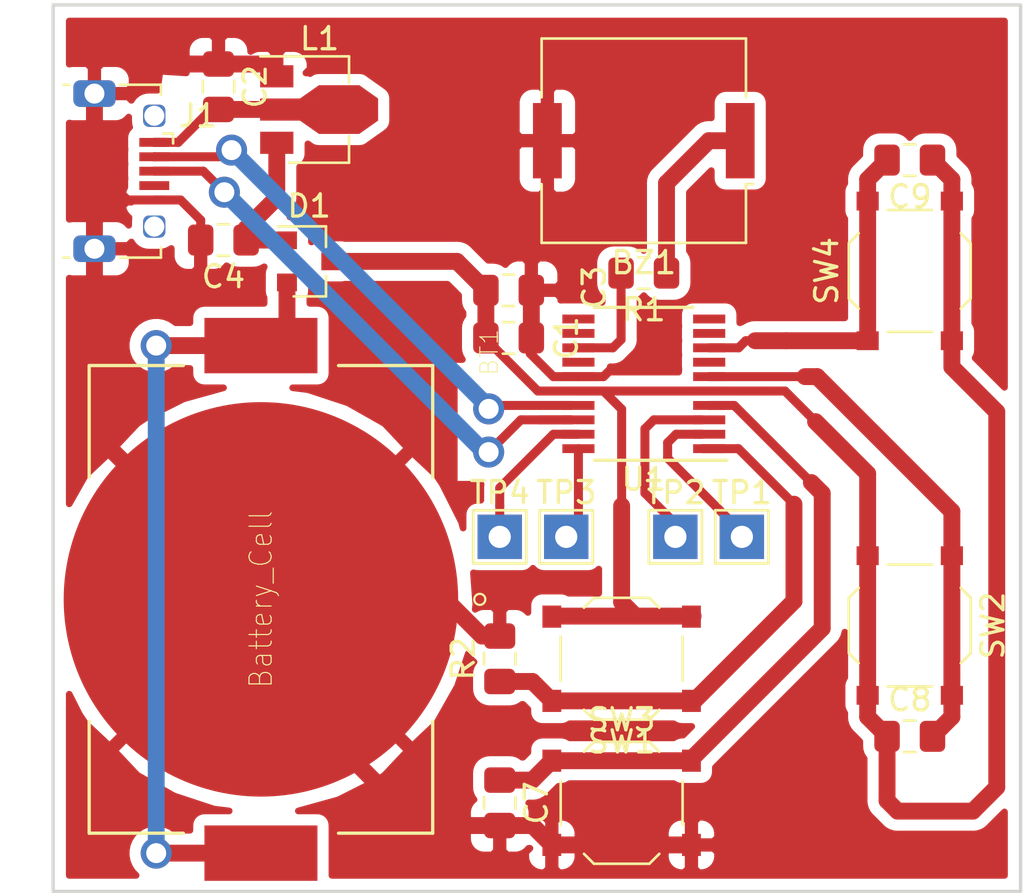
<source format=kicad_pcb>
(kicad_pcb (version 20171130) (host pcbnew 5.0.1)

  (general
    (thickness 1.6)
    (drawings 4)
    (tracks 158)
    (zones 0)
    (modules 23)
    (nets 25)
  )

  (page A4)
  (layers
    (0 F.Cu signal)
    (31 B.Cu signal)
    (32 B.Adhes user)
    (33 F.Adhes user)
    (34 B.Paste user)
    (35 F.Paste user)
    (36 B.SilkS user hide)
    (37 F.SilkS user hide)
    (38 B.Mask user hide)
    (39 F.Mask user hide)
    (40 Dwgs.User user)
    (41 Cmts.User user)
    (42 Eco1.User user)
    (43 Eco2.User user)
    (44 Edge.Cuts user)
    (45 Margin user)
    (46 B.CrtYd user)
    (47 F.CrtYd user)
    (48 B.Fab user)
    (49 F.Fab user)
  )

  (setup
    (last_trace_width 0.4064)
    (user_trace_width 0.4064)
    (user_trace_width 0.4572)
    (user_trace_width 0.508)
    (user_trace_width 0.635)
    (user_trace_width 0.762)
    (user_trace_width 1.524)
    (trace_clearance 0.2)
    (zone_clearance 0.5)
    (zone_45_only no)
    (trace_min 0.25)
    (segment_width 0.2)
    (edge_width 0.15)
    (via_size 0.8)
    (via_drill 0.4)
    (via_min_size 0.4)
    (via_min_drill 0.3)
    (user_via 1.4 0.9)
    (uvia_size 0.3)
    (uvia_drill 0.1)
    (uvias_allowed no)
    (uvia_min_size 0.2)
    (uvia_min_drill 0.1)
    (pcb_text_width 0.3)
    (pcb_text_size 1.5 1.5)
    (mod_edge_width 0.15)
    (mod_text_size 1 1)
    (mod_text_width 0.15)
    (pad_size 2.5 5.1)
    (pad_drill 0)
    (pad_to_mask_clearance 0.051)
    (solder_mask_min_width 0.25)
    (aux_axis_origin 165 133)
    (visible_elements FFFFFF7F)
    (pcbplotparams
      (layerselection 0x01000_7fffffff)
      (usegerberextensions false)
      (usegerberattributes false)
      (usegerberadvancedattributes false)
      (creategerberjobfile false)
      (excludeedgelayer true)
      (linewidth 0.100000)
      (plotframeref false)
      (viasonmask false)
      (mode 1)
      (useauxorigin true)
      (hpglpennumber 1)
      (hpglpenspeed 20)
      (hpglpendiameter 15.000000)
      (psnegative false)
      (psa4output false)
      (plotreference true)
      (plotvalue true)
      (plotinvisibletext false)
      (padsonsilk false)
      (subtractmaskfromsilk false)
      (outputformat 1)
      (mirror false)
      (drillshape 0)
      (scaleselection 1)
      (outputdirectory "cnc/"))
  )

  (net 0 "")
  (net 1 GND)
  (net 2 "Net-(BZ1-Pad1)")
  (net 3 VDD)
  (net 4 Ctrl_One)
  (net 5 Ctrl_Ten)
  (net 6 USB_D-)
  (net 7 "Net-(J1-Pad4)")
  (net 8 USB_D+)
  (net 9 Buzzer)
  (net 10 BOOT0)
  (net 11 "Net-(U1-Pad7)")
  (net 12 "Net-(U1-Pad9)")
  (net 13 "Net-(U1-Pad10)")
  (net 14 "Net-(U1-Pad14)")
  (net 15 "Net-(BT1-Pad1)")
  (net 16 USB_VBUS)
  (net 17 "Net-(U1-Pad12)")
  (net 18 "Net-(U1-Pad11)")
  (net 19 NRST)
  (net 20 SWDIO)
  (net 21 SWCLK)
  (net 22 SDA)
  (net 23 SCL)
  (net 24 "Net-(C4-Pad1)")

  (net_class Default "This is the default net class."
    (clearance 0.2)
    (trace_width 0.25)
    (via_dia 0.8)
    (via_drill 0.4)
    (uvia_dia 0.3)
    (uvia_drill 0.1)
    (diff_pair_gap 0.25)
    (diff_pair_width 0.25)
    (add_net BOOT0)
    (add_net Buzzer)
    (add_net Ctrl_One)
    (add_net Ctrl_Ten)
    (add_net GND)
    (add_net NRST)
    (add_net "Net-(BT1-Pad1)")
    (add_net "Net-(BZ1-Pad1)")
    (add_net "Net-(C4-Pad1)")
    (add_net "Net-(J1-Pad4)")
    (add_net "Net-(U1-Pad10)")
    (add_net "Net-(U1-Pad11)")
    (add_net "Net-(U1-Pad12)")
    (add_net "Net-(U1-Pad14)")
    (add_net "Net-(U1-Pad7)")
    (add_net "Net-(U1-Pad9)")
    (add_net SCL)
    (add_net SDA)
    (add_net SWCLK)
    (add_net SWDIO)
    (add_net USB_D+)
    (add_net USB_D-)
    (add_net USB_VBUS)
    (add_net VDD)
  )

  (module micro_usb:USB_Micro-B_Molex-105017-0001 (layer F.Cu) (tedit 5C56188C) (tstamp 5C8FCF55)
    (at 124.45 100.5 270)
    (descr http://www.molex.com/pdm_docs/sd/1050170001_sd.pdf)
    (tags "Micro-USB SMD Typ-B")
    (path /5C1E9F15)
    (attr smd)
    (fp_text reference J1 (at -2.5 -3.44) (layer F.SilkS)
      (effects (font (size 1 1) (thickness 0.15)))
    )
    (fp_text value USB_B_Micro (at -0.16 4.65 270) (layer F.Fab)
      (effects (font (size 1 1) (thickness 0.15)))
    )
    (fp_text user "PCB Edge" (at 0 2.6875 270) (layer Dwgs.User)
      (effects (font (size 0.5 0.5) (thickness 0.08)))
    )
    (fp_text user %R (at 0 0.8875 270) (layer F.Fab)
      (effects (font (size 1 1) (thickness 0.15)))
    )
    (fp_line (start -4.4 3.64) (end 4.4 3.64) (layer F.CrtYd) (width 0.05))
    (fp_line (start 4.4 -2.46) (end 4.4 3.64) (layer F.CrtYd) (width 0.05))
    (fp_line (start -4.4 -2.46) (end 4.4 -2.46) (layer F.CrtYd) (width 0.05))
    (fp_line (start -4.4 3.64) (end -4.4 -2.46) (layer F.CrtYd) (width 0.05))
    (fp_line (start -3.9 -1.7625) (end -3.45 -1.7625) (layer F.SilkS) (width 0.12))
    (fp_line (start -3.9 0.0875) (end -3.9 -1.7625) (layer F.SilkS) (width 0.12))
    (fp_line (start 3.9 2.6375) (end 3.9 2.3875) (layer F.SilkS) (width 0.12))
    (fp_line (start 3.75 3.3875) (end 3.75 -1.6125) (layer F.Fab) (width 0.1))
    (fp_line (start -3 2.689204) (end 3 2.689204) (layer F.Fab) (width 0.1))
    (fp_line (start -3.75 3.389204) (end 3.75 3.389204) (layer F.Fab) (width 0.1))
    (fp_line (start -3.75 -1.6125) (end 3.75 -1.6125) (layer F.Fab) (width 0.1))
    (fp_line (start -3.75 3.3875) (end -3.75 -1.6125) (layer F.Fab) (width 0.1))
    (fp_line (start -3.9 2.6375) (end -3.9 2.3875) (layer F.SilkS) (width 0.12))
    (fp_line (start 3.9 0.0875) (end 3.9 -1.7625) (layer F.SilkS) (width 0.12))
    (fp_line (start 3.9 -1.7625) (end 3.45 -1.7625) (layer F.SilkS) (width 0.12))
    (fp_line (start -1.7 -2.3125) (end -1.25 -2.3125) (layer F.SilkS) (width 0.12))
    (fp_line (start -1.7 -2.3125) (end -1.7 -1.8625) (layer F.SilkS) (width 0.12))
    (fp_line (start -1.3 -1.7125) (end -1.5 -1.9125) (layer F.Fab) (width 0.1))
    (fp_line (start -1.1 -1.9125) (end -1.3 -1.7125) (layer F.Fab) (width 0.1))
    (fp_line (start -1.5 -2.1225) (end -1.1 -2.1225) (layer F.Fab) (width 0.1))
    (fp_line (start -1.5 -2.1225) (end -1.5 -1.9125) (layer F.Fab) (width 0.1))
    (fp_line (start -1.1 -2.1225) (end -1.1 -1.9125) (layer F.Fab) (width 0.1))
    (pad "" thru_hole roundrect (at -2.5 -1.4625 270) (size 1 1) (drill 0.9) (layers *.Cu *.Mask) (roundrect_rratio 0.25))
    (pad 2 smd rect (at -0.65 -1.4625 270) (size 0.4 1.35) (layers F.Cu F.Paste F.Mask)
      (net 6 USB_D-))
    (pad 1 smd rect (at -1.3 -1.4625 270) (size 0.4 1.35) (layers F.Cu F.Paste F.Mask)
      (net 16 USB_VBUS))
    (pad 5 smd rect (at 1.3 -1.4625 270) (size 0.4 1.35) (layers F.Cu F.Paste F.Mask)
      (net 1 GND))
    (pad 4 smd rect (at 0.65 -1.4625 270) (size 0.4 1.35) (layers F.Cu F.Paste F.Mask)
      (net 7 "Net-(J1-Pad4)"))
    (pad 3 smd rect (at 0 -1.4625 270) (size 0.4 1.35) (layers F.Cu F.Paste F.Mask)
      (net 8 USB_D+))
    (pad "" thru_hole roundrect (at 2.5 -1.4625 270) (size 1 1) (drill 0.9) (layers *.Cu *.Mask) (roundrect_rratio 0.25))
    (pad 6 thru_hole roundrect (at -3.5 1.2375 90) (size 1.2 1.9) (drill 0.9) (layers *.Cu *.Mask) (roundrect_rratio 0.25)
      (net 1 GND))
    (pad 6 thru_hole roundrect (at 3.5 1.2375 270) (size 1.2 1.9) (drill 0.9) (layers *.Cu *.Mask) (roundrect_rratio 0.25)
      (net 1 GND))
    (model ${KISYS3DMOD}/Connector_USB.3dshapes/USB_Micro-B_Molex_47346-0001.step
      (at (xyz 0 0 0))
      (scale (xyz 1 1 1))
      (rotate (xyz 0 0 0))
    )
  )

  (module Package_TO_SOT_SMD:SOT-89-3 (layer F.Cu) (tedit 5C477F4D) (tstamp 5C8FD04D)
    (at 132.92 97.72)
    (descr SOT-89-3)
    (tags SOT-89-3)
    (path /5C228345)
    (attr smd)
    (fp_text reference L1 (at 0.45 -3.2) (layer F.SilkS)
      (effects (font (size 1 1) (thickness 0.15)))
    )
    (fp_text value HT7333-A (at 0.305 -3.595) (layer F.Fab)
      (effects (font (size 1 1) (thickness 0.15)))
    )
    (fp_text user %R (at 0.38 0 -270) (layer F.Fab)
      (effects (font (size 0.6 0.6) (thickness 0.09)))
    )
    (fp_line (start 1.78 1.2) (end 1.78 2.4) (layer F.SilkS) (width 0.12))
    (fp_line (start 1.78 2.4) (end -0.92 2.4) (layer F.SilkS) (width 0.12))
    (fp_line (start -2.22 -2.4) (end 1.78 -2.4) (layer F.SilkS) (width 0.12))
    (fp_line (start 1.78 -2.4) (end 1.78 -1.2) (layer F.SilkS) (width 0.12))
    (fp_line (start -0.92 -1.51) (end -0.13 -2.3) (layer F.Fab) (width 0.1))
    (fp_line (start 1.68 -2.3) (end 1.68 2.3) (layer F.Fab) (width 0.1))
    (fp_line (start 1.68 2.3) (end -0.92 2.3) (layer F.Fab) (width 0.1))
    (fp_line (start -0.92 2.3) (end -0.92 -1.51) (layer F.Fab) (width 0.1))
    (fp_line (start -0.13 -2.3) (end 1.68 -2.3) (layer F.Fab) (width 0.1))
    (fp_line (start 3.23 -2.55) (end 3.23 2.55) (layer F.CrtYd) (width 0.05))
    (fp_line (start 3.23 -2.55) (end -2.48 -2.55) (layer F.CrtYd) (width 0.05))
    (fp_line (start -2.48 2.55) (end 3.23 2.55) (layer F.CrtYd) (width 0.05))
    (fp_line (start -2.48 2.55) (end -2.48 -2.55) (layer F.CrtYd) (width 0.05))
    (pad 2 smd trapezoid (at 2.667 0 270) (size 1.6 0.85) (rect_delta 0 0.6 ) (layers F.Cu F.Paste F.Mask)
      (net 16 USB_VBUS))
    (pad 1 smd rect (at -1.48 -1.5 270) (size 1 1.5) (layers F.Cu F.Paste F.Mask)
      (net 1 GND))
    (pad 2 smd rect (at -1.3335 0 270) (size 1 1.8) (layers F.Cu F.Paste F.Mask)
      (net 16 USB_VBUS))
    (pad 3 smd rect (at -1.48 1.5 270) (size 1 1.5) (layers F.Cu F.Paste F.Mask)
      (net 24 "Net-(C4-Pad1)"))
    (pad 2 smd rect (at 1.3335 0 270) (size 2.2 1.84) (layers F.Cu F.Paste F.Mask)
      (net 16 USB_VBUS))
    (pad 2 smd trapezoid (at -0.0762 0 90) (size 1.5 1) (rect_delta 0 0.7 ) (layers F.Cu F.Paste F.Mask)
      (net 16 USB_VBUS))
    (model ${KISYS3DMOD}/Package_TO_SOT_SMD.3dshapes/SOT-89-3.wrl
      (at (xyz 0 0 0))
      (scale (xyz 1 1 1))
      (rotate (xyz 0 0 0))
    )
  )

  (module tl3342:tl3342 (layer F.Cu) (tedit 5C6F0D2E) (tstamp 5C8FEEDE)
    (at 160 121 270)
    (descr "Low-profile SMD Tactile Switch, https://www.e-switch.com/system/asset/product_line/data_sheet/165/TL3342.pdf")
    (tags "SPST Tactile Switch")
    (path /5C1E9C39)
    (attr smd)
    (fp_text reference SW2 (at 0 -3.75 270) (layer F.SilkS)
      (effects (font (size 1 1) (thickness 0.15)))
    )
    (fp_text value Ctrl_One_Btn (at -4.975 -0.275) (layer F.Fab)
      (effects (font (size 1 1) (thickness 0.15)))
    )
    (fp_text user %R (at -0.05 -0.1 270) (layer F.Fab) hide
      (effects (font (size 1 1) (thickness 0.15)))
    )
    (fp_line (start 3.2 2.1) (end 3.2 1.6) (layer F.Fab) (width 0.1))
    (fp_line (start 3.2 -2.1) (end 3.2 -1.6) (layer F.Fab) (width 0.1))
    (fp_line (start -3.2 2.1) (end -3.2 1.6) (layer F.Fab) (width 0.1))
    (fp_line (start -3.2 -2.1) (end -3.2 -1.6) (layer F.Fab) (width 0.1))
    (fp_line (start 2.7 -2.1) (end 2.7 -1.6) (layer F.Fab) (width 0.1))
    (fp_line (start 1.7 -2.1) (end 3.2 -2.1) (layer F.Fab) (width 0.1))
    (fp_line (start 3.2 -1.6) (end 2.2 -1.6) (layer F.Fab) (width 0.1))
    (fp_line (start -2.7 -2.1) (end -2.7 -1.6) (layer F.Fab) (width 0.1))
    (fp_line (start -1.7 -2.1) (end -3.2 -2.1) (layer F.Fab) (width 0.1))
    (fp_line (start -3.2 -1.6) (end -2.2 -1.6) (layer F.Fab) (width 0.1))
    (fp_line (start -2.7 2.1) (end -2.7 1.6) (layer F.Fab) (width 0.1))
    (fp_line (start -3.2 1.6) (end -2.2 1.6) (layer F.Fab) (width 0.1))
    (fp_line (start -1.7 2.1) (end -3.2 2.1) (layer F.Fab) (width 0.1))
    (fp_line (start 1.7 2.1) (end 3.2 2.1) (layer F.Fab) (width 0.1))
    (fp_line (start 2.7 2.1) (end 2.7 1.6) (layer F.Fab) (width 0.1))
    (fp_line (start 3.2 1.6) (end 2.2 1.6) (layer F.Fab) (width 0.1))
    (fp_line (start -1.7 2.3) (end -1.25 2.75) (layer F.SilkS) (width 0.12))
    (fp_line (start 1.7 2.3) (end 1.25 2.75) (layer F.SilkS) (width 0.12))
    (fp_line (start 1.7 -2.3) (end 1.25 -2.75) (layer F.SilkS) (width 0.12))
    (fp_line (start -1.7 -2.3) (end -1.25 -2.75) (layer F.SilkS) (width 0.12))
    (fp_line (start -2 -1) (end -1 -2) (layer F.Fab) (width 0.1))
    (fp_line (start -1 -2) (end 1 -2) (layer F.Fab) (width 0.1))
    (fp_line (start 1 -2) (end 2 -1) (layer F.Fab) (width 0.1))
    (fp_line (start 2 -1) (end 2 1) (layer F.Fab) (width 0.1))
    (fp_line (start 2 1) (end 1 2) (layer F.Fab) (width 0.1))
    (fp_line (start 1 2) (end -1 2) (layer F.Fab) (width 0.1))
    (fp_line (start -1 2) (end -2 1) (layer F.Fab) (width 0.1))
    (fp_line (start -2 1) (end -2 -1) (layer F.Fab) (width 0.1))
    (fp_line (start 2.75 -1) (end 2.75 1) (layer F.SilkS) (width 0.12))
    (fp_line (start -1.25 2.75) (end 1.25 2.75) (layer F.SilkS) (width 0.12))
    (fp_line (start -2.75 -1) (end -2.75 1) (layer F.SilkS) (width 0.12))
    (fp_line (start -1.25 -2.75) (end 1.25 -2.75) (layer F.SilkS) (width 0.12))
    (fp_line (start -2.6 -1.2) (end -2.6 1.2) (layer F.Fab) (width 0.1))
    (fp_line (start -2.6 1.2) (end -1.2 2.6) (layer F.Fab) (width 0.1))
    (fp_line (start -1.2 2.6) (end 1.2 2.6) (layer F.Fab) (width 0.1))
    (fp_line (start 1.2 2.6) (end 2.6 1.2) (layer F.Fab) (width 0.1))
    (fp_line (start 2.6 1.2) (end 2.6 -1.2) (layer F.Fab) (width 0.1))
    (fp_line (start 2.6 -1.2) (end 1.2 -2.6) (layer F.Fab) (width 0.1))
    (fp_line (start 1.2 -2.6) (end -1.2 -2.6) (layer F.Fab) (width 0.1))
    (fp_line (start -1.2 -2.6) (end -2.6 -1.2) (layer F.Fab) (width 0.1))
    (fp_line (start -3.8 -3) (end 3.8 -3) (layer F.CrtYd) (width 0.05))
    (fp_line (start 3.8 -3) (end 3.8 3) (layer F.CrtYd) (width 0.05))
    (fp_line (start 3.8 3) (end -3.8 3) (layer F.CrtYd) (width 0.05))
    (fp_line (start -3.8 3) (end -3.8 -3) (layer F.CrtYd) (width 0.05))
    (fp_circle (center 0 0) (end 1 0) (layer F.Fab) (width 0.1))
    (pad 1 smd rect (at -3.15 -1.9 270) (size 0.85 1) (layers F.Cu F.Paste F.Mask)
      (net 4 Ctrl_One))
    (pad 1 smd rect (at 3.15 -1.9 270) (size 0.85 1) (layers F.Cu F.Paste F.Mask)
      (net 4 Ctrl_One))
    (pad 2 smd rect (at -3.15 1.9 270) (size 0.85 1) (layers F.Cu F.Paste F.Mask)
      (net 3 VDD))
    (pad 2 smd rect (at 3.15 1.9 270) (size 0.85 1) (layers F.Cu F.Paste F.Mask)
      (net 3 VDD))
    (model ${KIPRJMOD}/libs/tl3342.step
      (at (xyz 0 0 0))
      (scale (xyz 1 1 1))
      (rotate (xyz 0 0 0))
    )
  )

  (module Capacitor_SMD:C_0805_2012Metric_Pad1.15x1.40mm_HandSolder (layer F.Cu) (tedit 5B36C52B) (tstamp 5C7B7E3A)
    (at 141.9 108.025)
    (descr "Capacitor SMD 0805 (2012 Metric), square (rectangular) end terminal, IPC_7351 nominal with elongated pad for handsoldering. (Body size source: https://docs.google.com/spreadsheets/d/1BsfQQcO9C6DZCsRaXUlFlo91Tg2WpOkGARC1WS5S8t0/edit?usp=sharing), generated with kicad-footprint-generator")
    (tags "capacitor handsolder")
    (path /5C202927)
    (attr smd)
    (fp_text reference C1 (at 2.605 0.005 90) (layer F.SilkS)
      (effects (font (size 1 1) (thickness 0.15)))
    )
    (fp_text value 0.1u (at 2.715 0.055 90) (layer F.Fab)
      (effects (font (size 1 1) (thickness 0.15)))
    )
    (fp_text user %R (at 0 0) (layer F.Fab)
      (effects (font (size 0.5 0.5) (thickness 0.08)))
    )
    (fp_line (start 1.85 0.95) (end -1.85 0.95) (layer F.CrtYd) (width 0.05))
    (fp_line (start 1.85 -0.95) (end 1.85 0.95) (layer F.CrtYd) (width 0.05))
    (fp_line (start -1.85 -0.95) (end 1.85 -0.95) (layer F.CrtYd) (width 0.05))
    (fp_line (start -1.85 0.95) (end -1.85 -0.95) (layer F.CrtYd) (width 0.05))
    (fp_line (start -0.261252 0.71) (end 0.261252 0.71) (layer F.SilkS) (width 0.12))
    (fp_line (start -0.261252 -0.71) (end 0.261252 -0.71) (layer F.SilkS) (width 0.12))
    (fp_line (start 1 0.6) (end -1 0.6) (layer F.Fab) (width 0.1))
    (fp_line (start 1 -0.6) (end 1 0.6) (layer F.Fab) (width 0.1))
    (fp_line (start -1 -0.6) (end 1 -0.6) (layer F.Fab) (width 0.1))
    (fp_line (start -1 0.6) (end -1 -0.6) (layer F.Fab) (width 0.1))
    (pad 2 smd roundrect (at 1.025 0) (size 1.15 1.4) (layers F.Cu F.Paste F.Mask) (roundrect_rratio 0.217391)
      (net 1 GND))
    (pad 1 smd roundrect (at -1.025 0) (size 1.15 1.4) (layers F.Cu F.Paste F.Mask) (roundrect_rratio 0.217391)
      (net 3 VDD))
    (model ${KISYS3DMOD}/Capacitor_SMD.3dshapes/C_0805_2012Metric.wrl
      (at (xyz 0 0 0))
      (scale (xyz 1 1 1))
      (rotate (xyz 0 0 0))
    )
  )

  (module Capacitor_SMD:C_0805_2012Metric_Pad1.15x1.40mm_HandSolder (layer F.Cu) (tedit 5B36C52B) (tstamp 5C7B7E6D)
    (at 141.9 105.875)
    (descr "Capacitor SMD 0805 (2012 Metric), square (rectangular) end terminal, IPC_7351 nominal with elongated pad for handsoldering. (Body size source: https://docs.google.com/spreadsheets/d/1BsfQQcO9C6DZCsRaXUlFlo91Tg2WpOkGARC1WS5S8t0/edit?usp=sharing), generated with kicad-footprint-generator")
    (tags "capacitor handsolder")
    (path /5C20292E)
    (attr smd)
    (fp_text reference C3 (at 3.86 -0.13 90) (layer F.SilkS)
      (effects (font (size 1 1) (thickness 0.15)))
    )
    (fp_text value 4.7u (at -0.1 -1.825 180) (layer F.Fab)
      (effects (font (size 1 1) (thickness 0.15)))
    )
    (fp_line (start -1 0.6) (end -1 -0.6) (layer F.Fab) (width 0.1))
    (fp_line (start -1 -0.6) (end 1 -0.6) (layer F.Fab) (width 0.1))
    (fp_line (start 1 -0.6) (end 1 0.6) (layer F.Fab) (width 0.1))
    (fp_line (start 1 0.6) (end -1 0.6) (layer F.Fab) (width 0.1))
    (fp_line (start -0.261252 -0.71) (end 0.261252 -0.71) (layer F.SilkS) (width 0.12))
    (fp_line (start -0.261252 0.71) (end 0.261252 0.71) (layer F.SilkS) (width 0.12))
    (fp_line (start -1.85 0.95) (end -1.85 -0.95) (layer F.CrtYd) (width 0.05))
    (fp_line (start -1.85 -0.95) (end 1.85 -0.95) (layer F.CrtYd) (width 0.05))
    (fp_line (start 1.85 -0.95) (end 1.85 0.95) (layer F.CrtYd) (width 0.05))
    (fp_line (start 1.85 0.95) (end -1.85 0.95) (layer F.CrtYd) (width 0.05))
    (fp_text user %R (at 0 0) (layer F.Fab)
      (effects (font (size 0.5 0.5) (thickness 0.08)))
    )
    (pad 1 smd roundrect (at -1.025 0) (size 1.15 1.4) (layers F.Cu F.Paste F.Mask) (roundrect_rratio 0.217391)
      (net 3 VDD))
    (pad 2 smd roundrect (at 1.025 0) (size 1.15 1.4) (layers F.Cu F.Paste F.Mask) (roundrect_rratio 0.217391)
      (net 1 GND))
    (model ${KISYS3DMOD}/Capacitor_SMD.3dshapes/C_0805_2012Metric.wrl
      (at (xyz 0 0 0))
      (scale (xyz 1 1 1))
      (rotate (xyz 0 0 0))
    )
  )

  (module Capacitor_SMD:C_0805_2012Metric_Pad1.15x1.40mm_HandSolder (layer F.Cu) (tedit 5B36C52B) (tstamp 5C4C52F5)
    (at 141.5 129 270)
    (descr "Capacitor SMD 0805 (2012 Metric), square (rectangular) end terminal, IPC_7351 nominal with elongated pad for handsoldering. (Body size source: https://docs.google.com/spreadsheets/d/1BsfQQcO9C6DZCsRaXUlFlo91Tg2WpOkGARC1WS5S8t0/edit?usp=sharing), generated with kicad-footprint-generator")
    (tags "capacitor handsolder")
    (path /5C1EFF71)
    (attr smd)
    (fp_text reference C7 (at 0 -1.65 270) (layer F.SilkS)
      (effects (font (size 1 1) (thickness 0.15)))
    )
    (fp_text value 0.1u (at 0.075 0 90) (layer F.Fab)
      (effects (font (size 1 1) (thickness 0.15)))
    )
    (fp_line (start -1 0.6) (end -1 -0.6) (layer F.Fab) (width 0.1))
    (fp_line (start -1 -0.6) (end 1 -0.6) (layer F.Fab) (width 0.1))
    (fp_line (start 1 -0.6) (end 1 0.6) (layer F.Fab) (width 0.1))
    (fp_line (start 1 0.6) (end -1 0.6) (layer F.Fab) (width 0.1))
    (fp_line (start -0.261252 -0.71) (end 0.261252 -0.71) (layer F.SilkS) (width 0.12))
    (fp_line (start -0.261252 0.71) (end 0.261252 0.71) (layer F.SilkS) (width 0.12))
    (fp_line (start -1.85 0.95) (end -1.85 -0.95) (layer F.CrtYd) (width 0.05))
    (fp_line (start -1.85 -0.95) (end 1.85 -0.95) (layer F.CrtYd) (width 0.05))
    (fp_line (start 1.85 -0.95) (end 1.85 0.95) (layer F.CrtYd) (width 0.05))
    (fp_line (start 1.85 0.95) (end -1.85 0.95) (layer F.CrtYd) (width 0.05))
    (fp_text user %R (at 0 0 270) (layer F.Fab)
      (effects (font (size 0.5 0.5) (thickness 0.08)))
    )
    (pad 1 smd roundrect (at -1.025 0 270) (size 1.15 1.4) (layers F.Cu F.Paste F.Mask) (roundrect_rratio 0.217391)
      (net 19 NRST))
    (pad 2 smd roundrect (at 1.025 0 270) (size 1.15 1.4) (layers F.Cu F.Paste F.Mask) (roundrect_rratio 0.217391)
      (net 1 GND))
    (model ${KISYS3DMOD}/Capacitor_SMD.3dshapes/C_0805_2012Metric.wrl
      (at (xyz 0 0 0))
      (scale (xyz 1 1 1))
      (rotate (xyz 0 0 0))
    )
  )

  (module Capacitor_SMD:C_0805_2012Metric_Pad1.15x1.40mm_HandSolder (layer F.Cu) (tedit 5B36C52B) (tstamp 5C8FF4C3)
    (at 160 126)
    (descr "Capacitor SMD 0805 (2012 Metric), square (rectangular) end terminal, IPC_7351 nominal with elongated pad for handsoldering. (Body size source: https://docs.google.com/spreadsheets/d/1BsfQQcO9C6DZCsRaXUlFlo91Tg2WpOkGARC1WS5S8t0/edit?usp=sharing), generated with kicad-footprint-generator")
    (tags "capacitor handsolder")
    (path /5C20FD6A)
    (attr smd)
    (fp_text reference C8 (at 0 -1.65) (layer F.SilkS)
      (effects (font (size 1 1) (thickness 0.15)))
    )
    (fp_text value 0.1u (at 0.2 1.775 180) (layer F.Fab)
      (effects (font (size 1 1) (thickness 0.15)))
    )
    (fp_line (start -1 0.6) (end -1 -0.6) (layer F.Fab) (width 0.1))
    (fp_line (start -1 -0.6) (end 1 -0.6) (layer F.Fab) (width 0.1))
    (fp_line (start 1 -0.6) (end 1 0.6) (layer F.Fab) (width 0.1))
    (fp_line (start 1 0.6) (end -1 0.6) (layer F.Fab) (width 0.1))
    (fp_line (start -0.261252 -0.71) (end 0.261252 -0.71) (layer F.SilkS) (width 0.12))
    (fp_line (start -0.261252 0.71) (end 0.261252 0.71) (layer F.SilkS) (width 0.12))
    (fp_line (start -1.85 0.95) (end -1.85 -0.95) (layer F.CrtYd) (width 0.05))
    (fp_line (start -1.85 -0.95) (end 1.85 -0.95) (layer F.CrtYd) (width 0.05))
    (fp_line (start 1.85 -0.95) (end 1.85 0.95) (layer F.CrtYd) (width 0.05))
    (fp_line (start 1.85 0.95) (end -1.85 0.95) (layer F.CrtYd) (width 0.05))
    (fp_text user %R (at 0 0) (layer F.Fab)
      (effects (font (size 0.5 0.5) (thickness 0.08)))
    )
    (pad 1 smd roundrect (at -1.025 0) (size 1.15 1.4) (layers F.Cu F.Paste F.Mask) (roundrect_rratio 0.217391)
      (net 3 VDD))
    (pad 2 smd roundrect (at 1.025 0) (size 1.15 1.4) (layers F.Cu F.Paste F.Mask) (roundrect_rratio 0.217391)
      (net 4 Ctrl_One))
    (model ${KISYS3DMOD}/Capacitor_SMD.3dshapes/C_0805_2012Metric.wrl
      (at (xyz 0 0 0))
      (scale (xyz 1 1 1))
      (rotate (xyz 0 0 0))
    )
  )

  (module Capacitor_SMD:C_0805_2012Metric_Pad1.15x1.40mm_HandSolder (layer F.Cu) (tedit 5B36C52B) (tstamp 5C8FF31A)
    (at 160 100 180)
    (descr "Capacitor SMD 0805 (2012 Metric), square (rectangular) end terminal, IPC_7351 nominal with elongated pad for handsoldering. (Body size source: https://docs.google.com/spreadsheets/d/1BsfQQcO9C6DZCsRaXUlFlo91Tg2WpOkGARC1WS5S8t0/edit?usp=sharing), generated with kicad-footprint-generator")
    (tags "capacitor handsolder")
    (path /5C211C11)
    (attr smd)
    (fp_text reference C9 (at 0 -1.65 180) (layer F.SilkS)
      (effects (font (size 1 1) (thickness 0.15)))
    )
    (fp_text value 0.1u (at 0.05 1.9) (layer F.Fab)
      (effects (font (size 1 1) (thickness 0.15)))
    )
    (fp_text user %R (at 0 0 180) (layer F.Fab)
      (effects (font (size 0.5 0.5) (thickness 0.08)))
    )
    (fp_line (start 1.85 0.95) (end -1.85 0.95) (layer F.CrtYd) (width 0.05))
    (fp_line (start 1.85 -0.95) (end 1.85 0.95) (layer F.CrtYd) (width 0.05))
    (fp_line (start -1.85 -0.95) (end 1.85 -0.95) (layer F.CrtYd) (width 0.05))
    (fp_line (start -1.85 0.95) (end -1.85 -0.95) (layer F.CrtYd) (width 0.05))
    (fp_line (start -0.261252 0.71) (end 0.261252 0.71) (layer F.SilkS) (width 0.12))
    (fp_line (start -0.261252 -0.71) (end 0.261252 -0.71) (layer F.SilkS) (width 0.12))
    (fp_line (start 1 0.6) (end -1 0.6) (layer F.Fab) (width 0.1))
    (fp_line (start 1 -0.6) (end 1 0.6) (layer F.Fab) (width 0.1))
    (fp_line (start -1 -0.6) (end 1 -0.6) (layer F.Fab) (width 0.1))
    (fp_line (start -1 0.6) (end -1 -0.6) (layer F.Fab) (width 0.1))
    (pad 2 smd roundrect (at 1.025 0 180) (size 1.15 1.4) (layers F.Cu F.Paste F.Mask) (roundrect_rratio 0.217391)
      (net 5 Ctrl_Ten))
    (pad 1 smd roundrect (at -1.025 0 180) (size 1.15 1.4) (layers F.Cu F.Paste F.Mask) (roundrect_rratio 0.217391)
      (net 3 VDD))
    (model ${KISYS3DMOD}/Capacitor_SMD.3dshapes/C_0805_2012Metric.wrl
      (at (xyz 0 0 0))
      (scale (xyz 1 1 1))
      (rotate (xyz 0 0 0))
    )
  )

  (module Resistor_SMD:R_0805_2012Metric_Pad1.15x1.40mm_HandSolder (layer F.Cu) (tedit 5B36C52B) (tstamp 5C52826A)
    (at 148 105.1 180)
    (descr "Resistor SMD 0805 (2012 Metric), square (rectangular) end terminal, IPC_7351 nominal with elongated pad for handsoldering. (Body size source: https://docs.google.com/spreadsheets/d/1BsfQQcO9C6DZCsRaXUlFlo91Tg2WpOkGARC1WS5S8t0/edit?usp=sharing), generated with kicad-footprint-generator")
    (tags "resistor handsolder")
    (path /5C206A14)
    (attr smd)
    (fp_text reference R1 (at 0 -1.65 180) (layer F.SilkS)
      (effects (font (size 1 1) (thickness 0.15)))
    )
    (fp_text value 470 (at -3.5 -0.25 180) (layer F.Fab)
      (effects (font (size 1 1) (thickness 0.15)))
    )
    (fp_text user %R (at 0 0 180) (layer F.Fab)
      (effects (font (size 0.5 0.5) (thickness 0.08)))
    )
    (fp_line (start 1.85 0.95) (end -1.85 0.95) (layer F.CrtYd) (width 0.05))
    (fp_line (start 1.85 -0.95) (end 1.85 0.95) (layer F.CrtYd) (width 0.05))
    (fp_line (start -1.85 -0.95) (end 1.85 -0.95) (layer F.CrtYd) (width 0.05))
    (fp_line (start -1.85 0.95) (end -1.85 -0.95) (layer F.CrtYd) (width 0.05))
    (fp_line (start -0.261252 0.71) (end 0.261252 0.71) (layer F.SilkS) (width 0.12))
    (fp_line (start -0.261252 -0.71) (end 0.261252 -0.71) (layer F.SilkS) (width 0.12))
    (fp_line (start 1 0.6) (end -1 0.6) (layer F.Fab) (width 0.1))
    (fp_line (start 1 -0.6) (end 1 0.6) (layer F.Fab) (width 0.1))
    (fp_line (start -1 -0.6) (end 1 -0.6) (layer F.Fab) (width 0.1))
    (fp_line (start -1 0.6) (end -1 -0.6) (layer F.Fab) (width 0.1))
    (pad 2 smd roundrect (at 1.025 0 180) (size 1.15 1.4) (layers F.Cu F.Paste F.Mask) (roundrect_rratio 0.217391)
      (net 9 Buzzer))
    (pad 1 smd roundrect (at -1.025 0 180) (size 1.15 1.4) (layers F.Cu F.Paste F.Mask) (roundrect_rratio 0.217391)
      (net 2 "Net-(BZ1-Pad1)"))
    (model ${KISYS3DMOD}/Resistor_SMD.3dshapes/R_0805_2012Metric.wrl
      (at (xyz 0 0 0))
      (scale (xyz 1 1 1))
      (rotate (xyz 0 0 0))
    )
  )

  (module Resistor_SMD:R_0805_2012Metric_Pad1.15x1.40mm_HandSolder (layer F.Cu) (tedit 5B36C52B) (tstamp 5C8FDF54)
    (at 141.5 122.5 90)
    (descr "Resistor SMD 0805 (2012 Metric), square (rectangular) end terminal, IPC_7351 nominal with elongated pad for handsoldering. (Body size source: https://docs.google.com/spreadsheets/d/1BsfQQcO9C6DZCsRaXUlFlo91Tg2WpOkGARC1WS5S8t0/edit?usp=sharing), generated with kicad-footprint-generator")
    (tags "resistor handsolder")
    (path /5C4250E3)
    (attr smd)
    (fp_text reference R2 (at 0 -1.65 90) (layer F.SilkS)
      (effects (font (size 1 1) (thickness 0.15)))
    )
    (fp_text value 1M (at -2.75 -0.1 -180) (layer F.Fab)
      (effects (font (size 1 1) (thickness 0.15)))
    )
    (fp_line (start -1 0.6) (end -1 -0.6) (layer F.Fab) (width 0.1))
    (fp_line (start -1 -0.6) (end 1 -0.6) (layer F.Fab) (width 0.1))
    (fp_line (start 1 -0.6) (end 1 0.6) (layer F.Fab) (width 0.1))
    (fp_line (start 1 0.6) (end -1 0.6) (layer F.Fab) (width 0.1))
    (fp_line (start -0.261252 -0.71) (end 0.261252 -0.71) (layer F.SilkS) (width 0.12))
    (fp_line (start -0.261252 0.71) (end 0.261252 0.71) (layer F.SilkS) (width 0.12))
    (fp_line (start -1.85 0.95) (end -1.85 -0.95) (layer F.CrtYd) (width 0.05))
    (fp_line (start -1.85 -0.95) (end 1.85 -0.95) (layer F.CrtYd) (width 0.05))
    (fp_line (start 1.85 -0.95) (end 1.85 0.95) (layer F.CrtYd) (width 0.05))
    (fp_line (start 1.85 0.95) (end -1.85 0.95) (layer F.CrtYd) (width 0.05))
    (fp_text user %R (at 0 0 90) (layer F.Fab)
      (effects (font (size 0.5 0.5) (thickness 0.08)))
    )
    (pad 1 smd roundrect (at -1.025 0 90) (size 1.15 1.4) (layers F.Cu F.Paste F.Mask) (roundrect_rratio 0.217391)
      (net 10 BOOT0))
    (pad 2 smd roundrect (at 1.025 0 90) (size 1.15 1.4) (layers F.Cu F.Paste F.Mask) (roundrect_rratio 0.217391)
      (net 1 GND))
    (model ${KISYS3DMOD}/Resistor_SMD.3dshapes/R_0805_2012Metric.wrl
      (at (xyz 0 0 0))
      (scale (xyz 1 1 1))
      (rotate (xyz 0 0 0))
    )
  )

  (module Package_TO_SOT_SMD:SOT-23 (layer F.Cu) (tedit 5A02FF57) (tstamp 5C8FCFDE)
    (at 132.9 104.57)
    (descr "SOT-23, Standard")
    (tags SOT-23)
    (path /5C22D4D9)
    (attr smd)
    (fp_text reference D1 (at 0 -2.5) (layer F.SilkS)
      (effects (font (size 1 1) (thickness 0.15)))
    )
    (fp_text value BAT54C (at 1.95 -2.77) (layer F.Fab)
      (effects (font (size 1 1) (thickness 0.15)))
    )
    (fp_text user %R (at 0 0 90) (layer F.Fab)
      (effects (font (size 0.5 0.5) (thickness 0.075)))
    )
    (fp_line (start -0.7 -0.95) (end -0.7 1.5) (layer F.Fab) (width 0.1))
    (fp_line (start -0.15 -1.52) (end 0.7 -1.52) (layer F.Fab) (width 0.1))
    (fp_line (start -0.7 -0.95) (end -0.15 -1.52) (layer F.Fab) (width 0.1))
    (fp_line (start 0.7 -1.52) (end 0.7 1.52) (layer F.Fab) (width 0.1))
    (fp_line (start -0.7 1.52) (end 0.7 1.52) (layer F.Fab) (width 0.1))
    (fp_line (start 0.76 1.58) (end 0.76 0.65) (layer F.SilkS) (width 0.12))
    (fp_line (start 0.76 -1.58) (end 0.76 -0.65) (layer F.SilkS) (width 0.12))
    (fp_line (start -1.7 -1.75) (end 1.7 -1.75) (layer F.CrtYd) (width 0.05))
    (fp_line (start 1.7 -1.75) (end 1.7 1.75) (layer F.CrtYd) (width 0.05))
    (fp_line (start 1.7 1.75) (end -1.7 1.75) (layer F.CrtYd) (width 0.05))
    (fp_line (start -1.7 1.75) (end -1.7 -1.75) (layer F.CrtYd) (width 0.05))
    (fp_line (start 0.76 -1.58) (end -1.4 -1.58) (layer F.SilkS) (width 0.12))
    (fp_line (start 0.76 1.58) (end -0.7 1.58) (layer F.SilkS) (width 0.12))
    (pad 1 smd rect (at -1 -0.95) (size 0.9 0.8) (layers F.Cu F.Paste F.Mask)
      (net 24 "Net-(C4-Pad1)"))
    (pad 2 smd rect (at -1 0.95) (size 0.9 0.8) (layers F.Cu F.Paste F.Mask)
      (net 15 "Net-(BT1-Pad1)"))
    (pad 3 smd rect (at 1 0) (size 0.9 0.8) (layers F.Cu F.Paste F.Mask)
      (net 3 VDD))
    (model ${KISYS3DMOD}/Package_TO_SOT_SMD.3dshapes/SOT-23.wrl
      (at (xyz 0 0 0))
      (scale (xyz 1 1 1))
      (rotate (xyz 0 0 0))
    )
  )

  (module Buzzer_Murata_PKMCS0909E4000-R1:Buzzer_Murata_PKMCS0909E4000-R1 (layer F.Cu) (tedit 5A030281) (tstamp 5C47B2C7)
    (at 148 99.125 180)
    (descr "Murata Buzzer http://www.murata.com/en-us/api/pdfdownloadapi?cate=&partno=PKMCS0909E4000-R1")
    (tags "Murata Buzzer Beeper")
    (path /5C206E6D)
    (attr smd)
    (fp_text reference BZ1 (at 0 -5.5 180) (layer F.SilkS)
      (effects (font (size 1 1) (thickness 0.15)))
    )
    (fp_text value Buzzer (at 0 5.5 180) (layer F.Fab)
      (effects (font (size 1 1) (thickness 0.15)))
    )
    (fp_line (start 5.25 1.95) (end 5.25 -1.95) (layer F.CrtYd) (width 0.05))
    (fp_line (start 4.75 1.95) (end 5.25 1.95) (layer F.CrtYd) (width 0.05))
    (fp_text user %R (at 0 0 180) (layer F.Fab)
      (effects (font (size 1 1) (thickness 0.15)))
    )
    (fp_line (start -4.5 -3.5) (end -3.5 -4.5) (layer F.Fab) (width 0.1))
    (fp_line (start -4.61 -1.96) (end -4.94 -1.96) (layer F.SilkS) (width 0.12))
    (fp_line (start -4.61 4.61) (end -4.61 1.96) (layer F.SilkS) (width 0.12))
    (fp_line (start 4.61 4.61) (end -4.61 4.61) (layer F.SilkS) (width 0.12))
    (fp_line (start 4.61 1.96) (end 4.61 4.61) (layer F.SilkS) (width 0.12))
    (fp_line (start 4.61 -4.61) (end 4.61 -1.96) (layer F.SilkS) (width 0.12))
    (fp_line (start -4.61 -4.61) (end 4.61 -4.61) (layer F.SilkS) (width 0.12))
    (fp_line (start -4.61 -1.96) (end -4.61 -4.61) (layer F.SilkS) (width 0.12))
    (fp_line (start 4.75 4.75) (end -4.75 4.75) (layer F.CrtYd) (width 0.05))
    (fp_line (start -4.75 -4.75) (end 4.75 -4.75) (layer F.CrtYd) (width 0.05))
    (fp_line (start 4.5 4.5) (end -4.5 4.5) (layer F.Fab) (width 0.1))
    (fp_line (start 4.5 -4.5) (end 4.5 4.5) (layer F.Fab) (width 0.1))
    (fp_line (start -3.5 -4.5) (end 4.5 -4.5) (layer F.Fab) (width 0.1))
    (fp_line (start 4.75 4.75) (end 4.75 1.95) (layer F.CrtYd) (width 0.05))
    (fp_line (start -4.5 4.5) (end -4.5 -3.5) (layer F.Fab) (width 0.1))
    (fp_line (start 4.75 -1.95) (end 4.75 -4.75) (layer F.CrtYd) (width 0.05))
    (fp_line (start 4.75 -1.95) (end 5.25 -1.95) (layer F.CrtYd) (width 0.05))
    (fp_line (start -4.75 -1.95) (end -4.75 -4.75) (layer F.CrtYd) (width 0.05))
    (fp_line (start -4.75 -1.95) (end -5.25 -1.95) (layer F.CrtYd) (width 0.05))
    (fp_line (start -5.25 1.95) (end -5.25 -1.95) (layer F.CrtYd) (width 0.05))
    (fp_line (start -4.75 1.95) (end -5.25 1.95) (layer F.CrtYd) (width 0.05))
    (fp_line (start -4.75 4.75) (end -4.75 1.95) (layer F.CrtYd) (width 0.05))
    (pad 1 smd rect (at -4.35 0 180) (size 1.3 3.4) (layers F.Cu F.Paste F.Mask)
      (net 2 "Net-(BZ1-Pad1)"))
    (pad 2 smd rect (at 4.35 0 180) (size 1.3 3.4) (layers F.Cu F.Paste F.Mask)
      (net 1 GND))
    (model ${KIPRJMOD}/libs/Buzzer_Murata_PKMCS0909E4000-R1.step
      (at (xyz 0 0 0))
      (scale (xyz 1 1 1))
      (rotate (xyz -90 0 0))
    )
  )

  (module tl3342:tl3342 (layer F.Cu) (tedit 5C6F16DC) (tstamp 5C603BF7)
    (at 147 129)
    (descr "Low-profile SMD Tactile Switch, https://www.e-switch.com/system/asset/product_line/data_sheet/165/TL3342.pdf")
    (tags "SPST Tactile Switch")
    (path /5C1EFD70)
    (attr smd)
    (fp_text reference SW3 (at 0 -3.75) (layer F.SilkS)
      (effects (font (size 1 1) (thickness 0.15)))
    )
    (fp_text value Reset_Btn (at -0.075 -0.025) (layer F.Fab)
      (effects (font (size 1 1) (thickness 0.15)))
    )
    (fp_text user %R (at -0.05 0.021) (layer F.Fab) hide
      (effects (font (size 1 1) (thickness 0.15)))
    )
    (fp_line (start 3.2 2.1) (end 3.2 1.6) (layer F.Fab) (width 0.1))
    (fp_line (start 3.2 -2.1) (end 3.2 -1.6) (layer F.Fab) (width 0.1))
    (fp_line (start -3.2 2.1) (end -3.2 1.6) (layer F.Fab) (width 0.1))
    (fp_line (start -3.2 -2.1) (end -3.2 -1.6) (layer F.Fab) (width 0.1))
    (fp_line (start 2.7 -2.1) (end 2.7 -1.6) (layer F.Fab) (width 0.1))
    (fp_line (start 1.7 -2.1) (end 3.2 -2.1) (layer F.Fab) (width 0.1))
    (fp_line (start 3.2 -1.6) (end 2.2 -1.6) (layer F.Fab) (width 0.1))
    (fp_line (start -2.7 -2.1) (end -2.7 -1.6) (layer F.Fab) (width 0.1))
    (fp_line (start -1.7 -2.1) (end -3.2 -2.1) (layer F.Fab) (width 0.1))
    (fp_line (start -3.2 -1.6) (end -2.2 -1.6) (layer F.Fab) (width 0.1))
    (fp_line (start -2.7 2.1) (end -2.7 1.6) (layer F.Fab) (width 0.1))
    (fp_line (start -3.2 1.6) (end -2.2 1.6) (layer F.Fab) (width 0.1))
    (fp_line (start -1.7 2.1) (end -3.2 2.1) (layer F.Fab) (width 0.1))
    (fp_line (start 1.7 2.1) (end 3.2 2.1) (layer F.Fab) (width 0.1))
    (fp_line (start 2.7 2.1) (end 2.7 1.6) (layer F.Fab) (width 0.1))
    (fp_line (start 3.2 1.6) (end 2.2 1.6) (layer F.Fab) (width 0.1))
    (fp_line (start -1.7 2.3) (end -1.25 2.75) (layer F.SilkS) (width 0.12))
    (fp_line (start 1.7 2.3) (end 1.25 2.75) (layer F.SilkS) (width 0.12))
    (fp_line (start 1.7 -2.3) (end 1.25 -2.75) (layer F.SilkS) (width 0.12))
    (fp_line (start -1.7 -2.3) (end -1.25 -2.75) (layer F.SilkS) (width 0.12))
    (fp_line (start -2 -1) (end -1 -2) (layer F.Fab) (width 0.1))
    (fp_line (start -1 -2) (end 1 -2) (layer F.Fab) (width 0.1))
    (fp_line (start 1 -2) (end 2 -1) (layer F.Fab) (width 0.1))
    (fp_line (start 2 -1) (end 2 1) (layer F.Fab) (width 0.1))
    (fp_line (start 2 1) (end 1 2) (layer F.Fab) (width 0.1))
    (fp_line (start 1 2) (end -1 2) (layer F.Fab) (width 0.1))
    (fp_line (start -1 2) (end -2 1) (layer F.Fab) (width 0.1))
    (fp_line (start -2 1) (end -2 -1) (layer F.Fab) (width 0.1))
    (fp_line (start 2.75 -1) (end 2.75 1) (layer F.SilkS) (width 0.12))
    (fp_line (start -1.25 2.75) (end 1.25 2.75) (layer F.SilkS) (width 0.12))
    (fp_line (start -2.75 -1) (end -2.75 1) (layer F.SilkS) (width 0.12))
    (fp_line (start -1.25 -2.75) (end 1.25 -2.75) (layer F.SilkS) (width 0.12))
    (fp_line (start -2.6 -1.2) (end -2.6 1.2) (layer F.Fab) (width 0.1))
    (fp_line (start -2.6 1.2) (end -1.2 2.6) (layer F.Fab) (width 0.1))
    (fp_line (start -1.2 2.6) (end 1.2 2.6) (layer F.Fab) (width 0.1))
    (fp_line (start 1.2 2.6) (end 2.6 1.2) (layer F.Fab) (width 0.1))
    (fp_line (start 2.6 1.2) (end 2.6 -1.2) (layer F.Fab) (width 0.1))
    (fp_line (start 2.6 -1.2) (end 1.2 -2.6) (layer F.Fab) (width 0.1))
    (fp_line (start 1.2 -2.6) (end -1.2 -2.6) (layer F.Fab) (width 0.1))
    (fp_line (start -1.2 -2.6) (end -2.6 -1.2) (layer F.Fab) (width 0.1))
    (fp_line (start -3.8 -3) (end 3.8 -3) (layer F.CrtYd) (width 0.05))
    (fp_line (start 3.8 -3) (end 3.8 3) (layer F.CrtYd) (width 0.05))
    (fp_line (start 3.8 3) (end -3.8 3) (layer F.CrtYd) (width 0.05))
    (fp_line (start -3.8 3) (end -3.8 -3) (layer F.CrtYd) (width 0.05))
    (fp_circle (center 0 0) (end 1 0) (layer F.Fab) (width 0.1))
    (pad 1 smd rect (at -3.15 -1.9) (size 0.85 1) (layers F.Cu F.Paste F.Mask)
      (net 19 NRST))
    (pad 1 smd rect (at 3.15 -1.9) (size 0.85 1) (layers F.Cu F.Paste F.Mask)
      (net 19 NRST))
    (pad 2 smd rect (at -3.15 1.9) (size 0.85 1) (layers F.Cu F.Paste F.Mask)
      (net 1 GND))
    (pad 2 smd rect (at 3.15 1.9) (size 0.85 1) (layers F.Cu F.Paste F.Mask)
      (net 1 GND))
    (model ${KIPRJMOD}/libs/tl3342.step
      (at (xyz 0 0 0))
      (scale (xyz 1 1 1))
      (rotate (xyz 0 0 0))
    )
  )

  (module tl3342:tl3342 (layer F.Cu) (tedit 5C6F0D1D) (tstamp 5C8FD38D)
    (at 160 105 90)
    (descr "Low-profile SMD Tactile Switch, https://www.e-switch.com/system/asset/product_line/data_sheet/165/TL3342.pdf")
    (tags "SPST Tactile Switch")
    (path /5C211C0A)
    (attr smd)
    (fp_text reference SW4 (at 0 -3.75 90) (layer F.SilkS)
      (effects (font (size 1 1) (thickness 0.15)))
    )
    (fp_text value Ctrl_Ten_Btn (at -4.875 -0.275 180) (layer F.Fab)
      (effects (font (size 1 1) (thickness 0.15)))
    )
    (fp_circle (center 0 0) (end 1 0) (layer F.Fab) (width 0.1))
    (fp_line (start -3.8 3) (end -3.8 -3) (layer F.CrtYd) (width 0.05))
    (fp_line (start 3.8 3) (end -3.8 3) (layer F.CrtYd) (width 0.05))
    (fp_line (start 3.8 -3) (end 3.8 3) (layer F.CrtYd) (width 0.05))
    (fp_line (start -3.8 -3) (end 3.8 -3) (layer F.CrtYd) (width 0.05))
    (fp_line (start -1.2 -2.6) (end -2.6 -1.2) (layer F.Fab) (width 0.1))
    (fp_line (start 1.2 -2.6) (end -1.2 -2.6) (layer F.Fab) (width 0.1))
    (fp_line (start 2.6 -1.2) (end 1.2 -2.6) (layer F.Fab) (width 0.1))
    (fp_line (start 2.6 1.2) (end 2.6 -1.2) (layer F.Fab) (width 0.1))
    (fp_line (start 1.2 2.6) (end 2.6 1.2) (layer F.Fab) (width 0.1))
    (fp_line (start -1.2 2.6) (end 1.2 2.6) (layer F.Fab) (width 0.1))
    (fp_line (start -2.6 1.2) (end -1.2 2.6) (layer F.Fab) (width 0.1))
    (fp_line (start -2.6 -1.2) (end -2.6 1.2) (layer F.Fab) (width 0.1))
    (fp_line (start -1.25 -2.75) (end 1.25 -2.75) (layer F.SilkS) (width 0.12))
    (fp_line (start -2.75 -1) (end -2.75 1) (layer F.SilkS) (width 0.12))
    (fp_line (start -1.25 2.75) (end 1.25 2.75) (layer F.SilkS) (width 0.12))
    (fp_line (start 2.75 -1) (end 2.75 1) (layer F.SilkS) (width 0.12))
    (fp_line (start -2 1) (end -2 -1) (layer F.Fab) (width 0.1))
    (fp_line (start -1 2) (end -2 1) (layer F.Fab) (width 0.1))
    (fp_line (start 1 2) (end -1 2) (layer F.Fab) (width 0.1))
    (fp_line (start 2 1) (end 1 2) (layer F.Fab) (width 0.1))
    (fp_line (start 2 -1) (end 2 1) (layer F.Fab) (width 0.1))
    (fp_line (start 1 -2) (end 2 -1) (layer F.Fab) (width 0.1))
    (fp_line (start -1 -2) (end 1 -2) (layer F.Fab) (width 0.1))
    (fp_line (start -2 -1) (end -1 -2) (layer F.Fab) (width 0.1))
    (fp_line (start -1.7 -2.3) (end -1.25 -2.75) (layer F.SilkS) (width 0.12))
    (fp_line (start 1.7 -2.3) (end 1.25 -2.75) (layer F.SilkS) (width 0.12))
    (fp_line (start 1.7 2.3) (end 1.25 2.75) (layer F.SilkS) (width 0.12))
    (fp_line (start -1.7 2.3) (end -1.25 2.75) (layer F.SilkS) (width 0.12))
    (fp_line (start 3.2 1.6) (end 2.2 1.6) (layer F.Fab) (width 0.1))
    (fp_line (start 2.7 2.1) (end 2.7 1.6) (layer F.Fab) (width 0.1))
    (fp_line (start 1.7 2.1) (end 3.2 2.1) (layer F.Fab) (width 0.1))
    (fp_line (start -1.7 2.1) (end -3.2 2.1) (layer F.Fab) (width 0.1))
    (fp_line (start -3.2 1.6) (end -2.2 1.6) (layer F.Fab) (width 0.1))
    (fp_line (start -2.7 2.1) (end -2.7 1.6) (layer F.Fab) (width 0.1))
    (fp_line (start -3.2 -1.6) (end -2.2 -1.6) (layer F.Fab) (width 0.1))
    (fp_line (start -1.7 -2.1) (end -3.2 -2.1) (layer F.Fab) (width 0.1))
    (fp_line (start -2.7 -2.1) (end -2.7 -1.6) (layer F.Fab) (width 0.1))
    (fp_line (start 3.2 -1.6) (end 2.2 -1.6) (layer F.Fab) (width 0.1))
    (fp_line (start 1.7 -2.1) (end 3.2 -2.1) (layer F.Fab) (width 0.1))
    (fp_line (start 2.7 -2.1) (end 2.7 -1.6) (layer F.Fab) (width 0.1))
    (fp_line (start -3.2 -2.1) (end -3.2 -1.6) (layer F.Fab) (width 0.1))
    (fp_line (start -3.2 2.1) (end -3.2 1.6) (layer F.Fab) (width 0.1))
    (fp_line (start 3.2 -2.1) (end 3.2 -1.6) (layer F.Fab) (width 0.1))
    (fp_line (start 3.2 2.1) (end 3.2 1.6) (layer F.Fab) (width 0.1))
    (fp_text user %R (at -0.07 0.07 90) (layer F.Fab) hide
      (effects (font (size 1 1) (thickness 0.15)))
    )
    (pad 2 smd rect (at 3.15 1.9 90) (size 0.85 1) (layers F.Cu F.Paste F.Mask)
      (net 3 VDD))
    (pad 2 smd rect (at -3.15 1.9 90) (size 0.85 1) (layers F.Cu F.Paste F.Mask)
      (net 3 VDD))
    (pad 1 smd rect (at 3.15 -1.9 90) (size 0.85 1) (layers F.Cu F.Paste F.Mask)
      (net 5 Ctrl_Ten))
    (pad 1 smd rect (at -3.15 -1.9 90) (size 0.85 1) (layers F.Cu F.Paste F.Mask)
      (net 5 Ctrl_Ten))
    (model ${KIPRJMOD}/libs/tl3342.step
      (at (xyz 0 0 0))
      (scale (xyz 1 1 1))
      (rotate (xyz 0 0 0))
    )
  )

  (module tl3342:tl3342 (layer F.Cu) (tedit 5C6F0893) (tstamp 5C8FDBAB)
    (at 147 122.5 180)
    (descr "Low-profile SMD Tactile Switch, https://www.e-switch.com/system/asset/product_line/data_sheet/165/TL3342.pdf")
    (tags "SPST Tactile Switch")
    (path /5C424334)
    (attr smd)
    (fp_text reference SW1 (at 0 -3.75 180) (layer F.SilkS)
      (effects (font (size 1 1) (thickness 0.15)))
    )
    (fp_text value Boot_Mode_Btn (at 0.1 0.05) (layer F.Fab)
      (effects (font (size 1 1) (thickness 0.15)))
    )
    (fp_text user %R (at 0.025 0.005 180) (layer F.Fab) hide
      (effects (font (size 1 1) (thickness 0.15)))
    )
    (fp_line (start 3.2 2.1) (end 3.2 1.6) (layer F.Fab) (width 0.1))
    (fp_line (start 3.2 -2.1) (end 3.2 -1.6) (layer F.Fab) (width 0.1))
    (fp_line (start -3.2 2.1) (end -3.2 1.6) (layer F.Fab) (width 0.1))
    (fp_line (start -3.2 -2.1) (end -3.2 -1.6) (layer F.Fab) (width 0.1))
    (fp_line (start 2.7 -2.1) (end 2.7 -1.6) (layer F.Fab) (width 0.1))
    (fp_line (start 1.7 -2.1) (end 3.2 -2.1) (layer F.Fab) (width 0.1))
    (fp_line (start 3.2 -1.6) (end 2.2 -1.6) (layer F.Fab) (width 0.1))
    (fp_line (start -2.7 -2.1) (end -2.7 -1.6) (layer F.Fab) (width 0.1))
    (fp_line (start -1.7 -2.1) (end -3.2 -2.1) (layer F.Fab) (width 0.1))
    (fp_line (start -3.2 -1.6) (end -2.2 -1.6) (layer F.Fab) (width 0.1))
    (fp_line (start -2.7 2.1) (end -2.7 1.6) (layer F.Fab) (width 0.1))
    (fp_line (start -3.2 1.6) (end -2.2 1.6) (layer F.Fab) (width 0.1))
    (fp_line (start -1.7 2.1) (end -3.2 2.1) (layer F.Fab) (width 0.1))
    (fp_line (start 1.7 2.1) (end 3.2 2.1) (layer F.Fab) (width 0.1))
    (fp_line (start 2.7 2.1) (end 2.7 1.6) (layer F.Fab) (width 0.1))
    (fp_line (start 3.2 1.6) (end 2.2 1.6) (layer F.Fab) (width 0.1))
    (fp_line (start -1.7 2.3) (end -1.25 2.75) (layer F.SilkS) (width 0.12))
    (fp_line (start 1.7 2.3) (end 1.25 2.75) (layer F.SilkS) (width 0.12))
    (fp_line (start 1.7 -2.3) (end 1.25 -2.75) (layer F.SilkS) (width 0.12))
    (fp_line (start -1.7 -2.3) (end -1.25 -2.75) (layer F.SilkS) (width 0.12))
    (fp_line (start -2 -1) (end -1 -2) (layer F.Fab) (width 0.1))
    (fp_line (start -1 -2) (end 1 -2) (layer F.Fab) (width 0.1))
    (fp_line (start 1 -2) (end 2 -1) (layer F.Fab) (width 0.1))
    (fp_line (start 2 -1) (end 2 1) (layer F.Fab) (width 0.1))
    (fp_line (start 2 1) (end 1 2) (layer F.Fab) (width 0.1))
    (fp_line (start 1 2) (end -1 2) (layer F.Fab) (width 0.1))
    (fp_line (start -1 2) (end -2 1) (layer F.Fab) (width 0.1))
    (fp_line (start -2 1) (end -2 -1) (layer F.Fab) (width 0.1))
    (fp_line (start 2.75 -1) (end 2.75 1) (layer F.SilkS) (width 0.12))
    (fp_line (start -1.25 2.75) (end 1.25 2.75) (layer F.SilkS) (width 0.12))
    (fp_line (start -2.75 -1) (end -2.75 1) (layer F.SilkS) (width 0.12))
    (fp_line (start -1.25 -2.75) (end 1.25 -2.75) (layer F.SilkS) (width 0.12))
    (fp_line (start -2.6 -1.2) (end -2.6 1.2) (layer F.Fab) (width 0.1))
    (fp_line (start -2.6 1.2) (end -1.2 2.6) (layer F.Fab) (width 0.1))
    (fp_line (start -1.2 2.6) (end 1.2 2.6) (layer F.Fab) (width 0.1))
    (fp_line (start 1.2 2.6) (end 2.6 1.2) (layer F.Fab) (width 0.1))
    (fp_line (start 2.6 1.2) (end 2.6 -1.2) (layer F.Fab) (width 0.1))
    (fp_line (start 2.6 -1.2) (end 1.2 -2.6) (layer F.Fab) (width 0.1))
    (fp_line (start 1.2 -2.6) (end -1.2 -2.6) (layer F.Fab) (width 0.1))
    (fp_line (start -1.2 -2.6) (end -2.6 -1.2) (layer F.Fab) (width 0.1))
    (fp_line (start -3.8 -3) (end 3.8 -3) (layer F.CrtYd) (width 0.05))
    (fp_line (start 3.8 -3) (end 3.8 3) (layer F.CrtYd) (width 0.05))
    (fp_line (start 3.8 3) (end -3.8 3) (layer F.CrtYd) (width 0.05))
    (fp_line (start -3.8 3) (end -3.8 -3) (layer F.CrtYd) (width 0.05))
    (fp_circle (center 0 0) (end 1 0) (layer F.Fab) (width 0.1))
    (pad 1 smd rect (at -3.15 -1.9 180) (size 0.85 1) (layers F.Cu F.Paste F.Mask)
      (net 10 BOOT0))
    (pad 1 smd rect (at 3.15 -1.9 180) (size 0.85 1) (layers F.Cu F.Paste F.Mask)
      (net 10 BOOT0))
    (pad 2 smd rect (at -3.15 1.9 180) (size 0.85 1) (layers F.Cu F.Paste F.Mask)
      (net 3 VDD))
    (pad 2 smd rect (at 3.15 1.9 180) (size 0.85 1) (layers F.Cu F.Paste F.Mask)
      (net 3 VDD))
    (model /projects/frunze/reference-project/docs/schematics/reference-project/TL3342.wrl
      (at (xyz 0 0 0))
      (scale (xyz 0.01 0.01 0.01))
      (rotate (xyz 0 0 0))
    )
    (model ${KIPRJMOD}/libs/tl3342.step
      (at (xyz 0 0 0))
      (scale (xyz 1 1 1))
      (rotate (xyz 0 0 0))
    )
  )

  (module tssop-20x6.5mmx4:TSSOP-20_4.4x6.5mm_P0.65mm (layer F.Cu) (tedit 5C522699) (tstamp 5C71B902)
    (at 148 110.095 180)
    (descr "20-Lead Plastic Thin Shrink Small Outline (ST)-4.4 mm Body [TSSOP] (see Microchip Packaging Specification 00000049BS.pdf)")
    (tags "SSOP 0.65")
    (path /5C1E98D0)
    (attr smd)
    (fp_text reference U1 (at 0 -4.3 180) (layer F.SilkS)
      (effects (font (size 1 1) (thickness 0.15)))
    )
    (fp_text value STM32F042F4Px (at -0.13 0.645 180) (layer F.Fab)
      (effects (font (size 1 1) (thickness 0.15)))
    )
    (fp_line (start -1.2 -3.25) (end 2.2 -3.25) (layer F.Fab) (width 0.15))
    (fp_line (start 2.2 -3.25) (end 2.2 3.25) (layer F.Fab) (width 0.15))
    (fp_line (start 2.2 3.25) (end -2.2 3.25) (layer F.Fab) (width 0.15))
    (fp_line (start -2.2 3.25) (end -2.2 -2.25) (layer F.Fab) (width 0.15))
    (fp_line (start -2.2 -2.25) (end -1.2 -3.25) (layer F.Fab) (width 0.15))
    (fp_line (start -3.95 -3.55) (end -3.95 3.55) (layer F.CrtYd) (width 0.05))
    (fp_line (start 3.95 -3.55) (end 3.95 3.55) (layer F.CrtYd) (width 0.05))
    (fp_line (start -3.95 -3.55) (end 3.95 -3.55) (layer F.CrtYd) (width 0.05))
    (fp_line (start -3.95 3.55) (end 3.95 3.55) (layer F.CrtYd) (width 0.05))
    (fp_line (start -2.225 3.45) (end 2.225 3.45) (layer F.SilkS) (width 0.15))
    (fp_line (start -3.75 -3.45) (end 2.225 -3.45) (layer F.SilkS) (width 0.15))
    (fp_text user %R (at 0 0 180) (layer F.Fab)
      (effects (font (size 0.8 0.8) (thickness 0.15)))
    )
    (pad 1 smd rect (at -2.95 -2.925 180) (size 1.45 0.4) (layers F.Cu F.Paste F.Mask)
      (net 10 BOOT0))
    (pad 2 smd rect (at -2.95 -2.275 180) (size 1.45 0.4) (layers F.Cu F.Paste F.Mask)
      (net 22 SDA))
    (pad 3 smd rect (at -2.95 -1.625 180) (size 1.45 0.4) (layers F.Cu F.Paste F.Mask)
      (net 23 SCL))
    (pad 4 smd rect (at -2.95 -0.975 180) (size 1.45 0.4) (layers F.Cu F.Paste F.Mask)
      (net 19 NRST))
    (pad 5 smd rect (at -2.95 -0.325 180) (size 1.45 0.4) (layers F.Cu F.Paste F.Mask)
      (net 3 VDD))
    (pad 6 smd rect (at -2.95 0.325 180) (size 1.45 0.4) (layers F.Cu F.Paste F.Mask)
      (net 4 Ctrl_One))
    (pad 7 smd rect (at -2.95 0.975 180) (size 1.45 0.4) (layers F.Cu F.Paste F.Mask)
      (net 11 "Net-(U1-Pad7)"))
    (pad 8 smd rect (at -2.95 1.625 180) (size 1.45 0.4) (layers F.Cu F.Paste F.Mask)
      (net 5 Ctrl_Ten))
    (pad 9 smd rect (at -2.95 2.275 180) (size 1.45 0.4) (layers F.Cu F.Paste F.Mask)
      (net 12 "Net-(U1-Pad9)"))
    (pad 10 smd rect (at -2.95 2.925 180) (size 1.45 0.4) (layers F.Cu F.Paste F.Mask)
      (net 13 "Net-(U1-Pad10)"))
    (pad 11 smd rect (at 2.95 2.925 180) (size 1.45 0.4) (layers F.Cu F.Paste F.Mask)
      (net 18 "Net-(U1-Pad11)"))
    (pad 12 smd rect (at 2.95 2.275 180) (size 1.45 0.4) (layers F.Cu F.Paste F.Mask)
      (net 17 "Net-(U1-Pad12)"))
    (pad 13 smd rect (at 2.95 1.625 180) (size 1.45 0.4) (layers F.Cu F.Paste F.Mask)
      (net 9 Buzzer))
    (pad 14 smd rect (at 2.95 0.975 180) (size 1.45 0.4) (layers F.Cu F.Paste F.Mask)
      (net 14 "Net-(U1-Pad14)"))
    (pad 15 smd rect (at 2.95 0.325 180) (size 1.45 0.4) (layers F.Cu F.Paste F.Mask)
      (net 1 GND))
    (pad 16 smd rect (at 2.95 -0.325 180) (size 1.45 0.4) (layers F.Cu F.Paste F.Mask)
      (net 3 VDD))
    (pad 17 smd rect (at 2.95 -0.975 180) (size 1.45 0.4) (layers F.Cu F.Paste F.Mask)
      (net 6 USB_D-))
    (pad 18 smd rect (at 2.95 -1.625 180) (size 1.45 0.4) (layers F.Cu F.Paste F.Mask)
      (net 8 USB_D+))
    (pad 19 smd rect (at 2.95 -2.275 180) (size 1.45 0.4) (layers F.Cu F.Paste F.Mask)
      (net 20 SWDIO))
    (pad 20 smd rect (at 2.95 -2.925 180) (size 1.45 0.4) (layers F.Cu F.Paste F.Mask)
      (net 21 SWCLK))
    (model ${KISYS3DMOD}/Package_SO.3dshapes/TSSOP-20_4.4x6.5mm_P0.65mm.wrl
      (at (xyz 0 0 0))
      (scale (xyz 1 1 1))
      (rotate (xyz 0 0 0))
    )
  )

  (module Capacitor_SMD:C_0805_2012Metric_Pad1.15x1.40mm_HandSolder (layer F.Cu) (tedit 5B36C52B) (tstamp 5C8FCEF9)
    (at 128.81 96.69 270)
    (descr "Capacitor SMD 0805 (2012 Metric), square (rectangular) end terminal, IPC_7351 nominal with elongated pad for handsoldering. (Body size source: https://docs.google.com/spreadsheets/d/1BsfQQcO9C6DZCsRaXUlFlo91Tg2WpOkGARC1WS5S8t0/edit?usp=sharing), generated with kicad-footprint-generator")
    (tags "capacitor handsolder")
    (path /5C561B67)
    (attr smd)
    (fp_text reference C2 (at 0 -1.65 270) (layer F.SilkS)
      (effects (font (size 1 1) (thickness 0.15)))
    )
    (fp_text value 10u (at -2.74 1.66) (layer F.Fab)
      (effects (font (size 1 1) (thickness 0.15)))
    )
    (fp_line (start -1 0.6) (end -1 -0.6) (layer F.Fab) (width 0.1))
    (fp_line (start -1 -0.6) (end 1 -0.6) (layer F.Fab) (width 0.1))
    (fp_line (start 1 -0.6) (end 1 0.6) (layer F.Fab) (width 0.1))
    (fp_line (start 1 0.6) (end -1 0.6) (layer F.Fab) (width 0.1))
    (fp_line (start -0.261252 -0.71) (end 0.261252 -0.71) (layer F.SilkS) (width 0.12))
    (fp_line (start -0.261252 0.71) (end 0.261252 0.71) (layer F.SilkS) (width 0.12))
    (fp_line (start -1.85 0.95) (end -1.85 -0.95) (layer F.CrtYd) (width 0.05))
    (fp_line (start -1.85 -0.95) (end 1.85 -0.95) (layer F.CrtYd) (width 0.05))
    (fp_line (start 1.85 -0.95) (end 1.85 0.95) (layer F.CrtYd) (width 0.05))
    (fp_line (start 1.85 0.95) (end -1.85 0.95) (layer F.CrtYd) (width 0.05))
    (fp_text user %R (at 0 0 270) (layer F.Fab)
      (effects (font (size 0.5 0.5) (thickness 0.08)))
    )
    (pad 1 smd roundrect (at -1.025 0 270) (size 1.15 1.4) (layers F.Cu F.Paste F.Mask) (roundrect_rratio 0.217391)
      (net 1 GND))
    (pad 2 smd roundrect (at 1.025 0 270) (size 1.15 1.4) (layers F.Cu F.Paste F.Mask) (roundrect_rratio 0.217391)
      (net 16 USB_VBUS))
    (model ${KISYS3DMOD}/Capacitor_SMD.3dshapes/C_0805_2012Metric.wrl
      (at (xyz 0 0 0))
      (scale (xyz 1 1 1))
      (rotate (xyz 0 0 0))
    )
  )

  (module Capacitor_SMD:C_0805_2012Metric_Pad1.15x1.40mm_HandSolder (layer F.Cu) (tedit 5B36C52B) (tstamp 5C8FD016)
    (at 129.032 103.608 180)
    (descr "Capacitor SMD 0805 (2012 Metric), square (rectangular) end terminal, IPC_7351 nominal with elongated pad for handsoldering. (Body size source: https://docs.google.com/spreadsheets/d/1BsfQQcO9C6DZCsRaXUlFlo91Tg2WpOkGARC1WS5S8t0/edit?usp=sharing), generated with kicad-footprint-generator")
    (tags "capacitor handsolder")
    (path /5C563CA4)
    (attr smd)
    (fp_text reference C4 (at 0 -1.65 180) (layer F.SilkS)
      (effects (font (size 1 1) (thickness 0.15)))
    )
    (fp_text value 10u (at 0.107 -1.792 180) (layer F.Fab)
      (effects (font (size 1 1) (thickness 0.15)))
    )
    (fp_text user %R (at 0 0 180) (layer F.Fab)
      (effects (font (size 0.5 0.5) (thickness 0.08)))
    )
    (fp_line (start 1.85 0.95) (end -1.85 0.95) (layer F.CrtYd) (width 0.05))
    (fp_line (start 1.85 -0.95) (end 1.85 0.95) (layer F.CrtYd) (width 0.05))
    (fp_line (start -1.85 -0.95) (end 1.85 -0.95) (layer F.CrtYd) (width 0.05))
    (fp_line (start -1.85 0.95) (end -1.85 -0.95) (layer F.CrtYd) (width 0.05))
    (fp_line (start -0.261252 0.71) (end 0.261252 0.71) (layer F.SilkS) (width 0.12))
    (fp_line (start -0.261252 -0.71) (end 0.261252 -0.71) (layer F.SilkS) (width 0.12))
    (fp_line (start 1 0.6) (end -1 0.6) (layer F.Fab) (width 0.1))
    (fp_line (start 1 -0.6) (end 1 0.6) (layer F.Fab) (width 0.1))
    (fp_line (start -1 -0.6) (end 1 -0.6) (layer F.Fab) (width 0.1))
    (fp_line (start -1 0.6) (end -1 -0.6) (layer F.Fab) (width 0.1))
    (pad 2 smd roundrect (at 1.025 0 180) (size 1.15 1.4) (layers F.Cu F.Paste F.Mask) (roundrect_rratio 0.217391)
      (net 1 GND))
    (pad 1 smd roundrect (at -1.025 0 180) (size 1.15 1.4) (layers F.Cu F.Paste F.Mask) (roundrect_rratio 0.217391)
      (net 24 "Net-(C4-Pad1)"))
    (model ${KISYS3DMOD}/Capacitor_SMD.3dshapes/C_0805_2012Metric.wrl
      (at (xyz 0 0 0))
      (scale (xyz 1 1 1))
      (rotate (xyz 0 0 0))
    )
  )

  (module LINX_BAT-HLD-001:LINX_BAT-HLD-001_0 (layer F.Cu) (tedit 5C6DD114) (tstamp 5C8FCBD5)
    (at 130.725 119.82 270)
    (descr "BATTERY HOLDER OUTLINE CR2032, CR2025 SURFACE MOUNT")
    (path /5C22C403)
    (attr smd)
    (fp_text reference BT1 (at -11.15 -10.3 270) (layer F.SilkS)
      (effects (font (size 0.787402 0.787402) (thickness 0.05)))
    )
    (fp_text value Battery_Cell (at 0 0 270) (layer F.SilkS)
      (effects (font (size 1 0.9) (thickness 0.05)))
    )
    (fp_line (start -10.55 7.75) (end -10.55 -7.75) (layer Eco2.User) (width 0.15))
    (fp_line (start -10.55 -7.75) (end 10.55 -7.75) (layer Eco2.User) (width 0.15))
    (fp_line (start 10.55 -7.75) (end 10.55 7.75) (layer Eco2.User) (width 0.15))
    (fp_line (start 10.55 7.75) (end -10.55 7.75) (layer Eco2.User) (width 0.15))
    (fp_line (start -12.95 9.15) (end -12.95 -9.15) (layer Dwgs.User) (width 0.1))
    (fp_line (start -12.95 -9.15) (end 12.95 -9.15) (layer Dwgs.User) (width 0.1))
    (fp_line (start 12.95 -9.15) (end 12.95 9.15) (layer Dwgs.User) (width 0.1))
    (fp_line (start 12.95 9.15) (end -12.95 9.15) (layer Dwgs.User) (width 0.1))
    (fp_line (start -10.55 7.75) (end -10.55 3.5) (layer F.SilkS) (width 0.15))
    (fp_line (start -10.55 -7.75) (end -10.55 -3.5) (layer F.SilkS) (width 0.15))
    (fp_line (start 10.55 -7.75) (end 10.55 -3.5) (layer F.SilkS) (width 0.15))
    (fp_line (start 10.55 7.75) (end 10.55 3.5) (layer F.SilkS) (width 0.15))
    (fp_line (start -10.55 -7.75) (end -5.5 -7.75) (layer F.SilkS) (width 0.15))
    (fp_line (start 10.55 -7.75) (end 5.5 -7.75) (layer F.SilkS) (width 0.15))
    (fp_line (start -10.55 7.75) (end -5.5 7.75) (layer F.SilkS) (width 0.15))
    (fp_line (start 10.55 7.75) (end 5.5 7.75) (layer F.SilkS) (width 0.15))
    (fp_circle (center 0 -9.875) (end 0.25 -9.875) (layer F.SilkS) (width 0.1))
    (pad 1 smd rect (at -11.45 0 270) (size 2.5 5.1) (layers F.Cu F.Paste F.Mask)
      (net 15 "Net-(BT1-Pad1)"))
    (pad 1 smd rect (at 11.45 0 270) (size 2.5 5.1) (layers F.Cu F.Paste F.Mask)
      (net 15 "Net-(BT1-Pad1)"))
    (pad 2 smd circle (at 0 0 270) (size 17.8 17.8) (layers F.Cu F.Paste F.Mask)
      (net 1 GND))
    (model ${KIPRJMOD}/libs/LINX_BAT-HLD-001.step
      (at (xyz 0 0 0))
      (scale (xyz 1 1 1))
      (rotate (xyz 0 0 0))
    )
  )

  (module TestPoint:TestPoint_THTPad_2.0x2.0mm_Drill1.0mm (layer F.Cu) (tedit 5C6EF7A2) (tstamp 5C7B4AE9)
    (at 152.425 117)
    (descr "THT rectangular pad as test Point, square 2.0mm_Drill1.0mm  side length, hole diameter 1.0mm")
    (tags "test point THT pad rectangle square")
    (path /5C6F2C19)
    (attr virtual)
    (fp_text reference TP1 (at 0 -1.998) (layer F.SilkS)
      (effects (font (size 1 1) (thickness 0.15)))
    )
    (fp_text value TestPoint (at 0 2.05) (layer F.Fab) hide
      (effects (font (size 1 1) (thickness 0.15)))
    )
    (fp_line (start 1.5 1.5) (end -1.5 1.5) (layer F.CrtYd) (width 0.05))
    (fp_line (start 1.5 1.5) (end 1.5 -1.5) (layer F.CrtYd) (width 0.05))
    (fp_line (start -1.5 -1.5) (end -1.5 1.5) (layer F.CrtYd) (width 0.05))
    (fp_line (start -1.5 -1.5) (end 1.5 -1.5) (layer F.CrtYd) (width 0.05))
    (fp_line (start -1.2 1.2) (end -1.2 -1.2) (layer F.SilkS) (width 0.12))
    (fp_line (start 1.2 1.2) (end -1.2 1.2) (layer F.SilkS) (width 0.12))
    (fp_line (start 1.2 -1.2) (end 1.2 1.2) (layer F.SilkS) (width 0.12))
    (fp_line (start -1.2 -1.2) (end 1.2 -1.2) (layer F.SilkS) (width 0.12))
    (fp_text user %R (at 0 -2.125) (layer F.Fab)
      (effects (font (size 1 1) (thickness 0.15)))
    )
    (pad 1 thru_hole rect (at 0 0) (size 2 2) (drill 1) (layers *.Cu *.Mask)
      (net 22 SDA))
  )

  (module TestPoint:TestPoint_THTPad_2.0x2.0mm_Drill1.0mm (layer F.Cu) (tedit 5C6EF79F) (tstamp 5C7B4BA4)
    (at 149.425 117)
    (descr "THT rectangular pad as test Point, square 2.0mm_Drill1.0mm  side length, hole diameter 1.0mm")
    (tags "test point THT pad rectangle square")
    (path /5C6F8355)
    (attr virtual)
    (fp_text reference TP2 (at 0 -1.998) (layer F.SilkS)
      (effects (font (size 1 1) (thickness 0.15)))
    )
    (fp_text value TestPoint (at 0 2.05) (layer F.Fab) hide
      (effects (font (size 1 1) (thickness 0.15)))
    )
    (fp_text user %R (at 0 -2.125) (layer F.Fab)
      (effects (font (size 1 1) (thickness 0.15)))
    )
    (fp_line (start -1.2 -1.2) (end 1.2 -1.2) (layer F.SilkS) (width 0.12))
    (fp_line (start 1.2 -1.2) (end 1.2 1.2) (layer F.SilkS) (width 0.12))
    (fp_line (start 1.2 1.2) (end -1.2 1.2) (layer F.SilkS) (width 0.12))
    (fp_line (start -1.2 1.2) (end -1.2 -1.2) (layer F.SilkS) (width 0.12))
    (fp_line (start -1.5 -1.5) (end 1.5 -1.5) (layer F.CrtYd) (width 0.05))
    (fp_line (start -1.5 -1.5) (end -1.5 1.5) (layer F.CrtYd) (width 0.05))
    (fp_line (start 1.5 1.5) (end 1.5 -1.5) (layer F.CrtYd) (width 0.05))
    (fp_line (start 1.5 1.5) (end -1.5 1.5) (layer F.CrtYd) (width 0.05))
    (pad 1 thru_hole rect (at 0 0) (size 2 2) (drill 1) (layers *.Cu *.Mask)
      (net 23 SCL))
  )

  (module TestPoint:TestPoint_THTPad_2.0x2.0mm_Drill1.0mm (layer F.Cu) (tedit 5C6EF7A5) (tstamp 5C7B4B05)
    (at 144.5 117)
    (descr "THT rectangular pad as test Point, square 2.0mm_Drill1.0mm  side length, hole diameter 1.0mm")
    (tags "test point THT pad rectangle square")
    (path /5C6F8CE1)
    (attr virtual)
    (fp_text reference TP3 (at 0 -1.998) (layer F.SilkS)
      (effects (font (size 1 1) (thickness 0.15)))
    )
    (fp_text value TestPoint (at 0 2.05) (layer F.Fab) hide
      (effects (font (size 1 1) (thickness 0.15)))
    )
    (fp_line (start 1.5 1.5) (end -1.5 1.5) (layer F.CrtYd) (width 0.05))
    (fp_line (start 1.5 1.5) (end 1.5 -1.5) (layer F.CrtYd) (width 0.05))
    (fp_line (start -1.5 -1.5) (end -1.5 1.5) (layer F.CrtYd) (width 0.05))
    (fp_line (start -1.5 -1.5) (end 1.5 -1.5) (layer F.CrtYd) (width 0.05))
    (fp_line (start -1.2 1.2) (end -1.2 -1.2) (layer F.SilkS) (width 0.12))
    (fp_line (start 1.2 1.2) (end -1.2 1.2) (layer F.SilkS) (width 0.12))
    (fp_line (start 1.2 -1.2) (end 1.2 1.2) (layer F.SilkS) (width 0.12))
    (fp_line (start -1.2 -1.2) (end 1.2 -1.2) (layer F.SilkS) (width 0.12))
    (fp_text user %R (at 0 -2.125) (layer F.Fab)
      (effects (font (size 1 1) (thickness 0.15)))
    )
    (pad 1 thru_hole rect (at 0 0) (size 2 2) (drill 1) (layers *.Cu *.Mask)
      (net 21 SWCLK))
  )

  (module TestPoint:TestPoint_THTPad_2.0x2.0mm_Drill1.0mm (layer F.Cu) (tedit 5C6EF7A9) (tstamp 5C7B4B13)
    (at 141.5 117)
    (descr "THT rectangular pad as test Point, square 2.0mm_Drill1.0mm  side length, hole diameter 1.0mm")
    (tags "test point THT pad rectangle square")
    (path /5C6F9685)
    (attr virtual)
    (fp_text reference TP4 (at 0 -1.998) (layer F.SilkS)
      (effects (font (size 1 1) (thickness 0.15)))
    )
    (fp_text value TestPoint (at 0.9 2.725) (layer F.Fab) hide
      (effects (font (size 1 1) (thickness 0.15)))
    )
    (fp_text user %R (at -0.025 -2.125) (layer F.Fab)
      (effects (font (size 1 1) (thickness 0.15)))
    )
    (fp_line (start -1.2 -1.2) (end 1.2 -1.2) (layer F.SilkS) (width 0.12))
    (fp_line (start 1.2 -1.2) (end 1.2 1.2) (layer F.SilkS) (width 0.12))
    (fp_line (start 1.2 1.2) (end -1.2 1.2) (layer F.SilkS) (width 0.12))
    (fp_line (start -1.2 1.2) (end -1.2 -1.2) (layer F.SilkS) (width 0.12))
    (fp_line (start -1.5 -1.5) (end 1.5 -1.5) (layer F.CrtYd) (width 0.05))
    (fp_line (start -1.5 -1.5) (end -1.5 1.5) (layer F.CrtYd) (width 0.05))
    (fp_line (start 1.5 1.5) (end 1.5 -1.5) (layer F.CrtYd) (width 0.05))
    (fp_line (start 1.5 1.5) (end -1.5 1.5) (layer F.CrtYd) (width 0.05))
    (pad 1 thru_hole rect (at 0 0) (size 2 2) (drill 1) (layers *.Cu *.Mask)
      (net 20 SWDIO))
  )

  (gr_line (start 165 133) (end 121.35 133) (layer Edge.Cuts) (width 0.15) (tstamp 5C5640CE))
  (gr_line (start 165 93) (end 165 133) (layer Edge.Cuts) (width 0.15) (tstamp 5C7B90B5))
  (gr_line (start 121.35 93) (end 165 93) (layer Edge.Cuts) (width 0.15) (tstamp 5C47B47E))
  (gr_line (start 121.35 133) (end 121.35 93) (layer Edge.Cuts) (width 0.15) (tstamp 5C8FCECF))

  (segment (start 125.9125 101.8) (end 126.3875 101.8) (width 0.4064) (layer F.Cu) (net 1) (tstamp 5C8FCEB4))
  (segment (start 126.215 95.665) (end 128.81 95.665) (width 0.762) (layer F.Cu) (net 1) (tstamp 5C8FCEDE))
  (segment (start 126.21 95.67) (end 126.215 95.665) (width 0.762) (layer F.Cu) (net 1) (tstamp 5C8FCF23))
  (segment (start 125.9125 99.85) (end 125.915709 99.853209) (width 0.4064) (layer F.Cu) (net 6) (tstamp 5C8FCFC8))
  (via (at 129.4 99.55) (size 1.4) (drill 0.9) (layers F.Cu B.Cu) (net 6) (tstamp 5C8FCFC5))
  (via (at 141 111.225) (size 1.4) (drill 0.9) (layers F.Cu B.Cu) (net 6))
  (segment (start 141.155 111.07) (end 141 111.225) (width 0.4064) (layer F.Cu) (net 6))
  (segment (start 144.745 111.07) (end 141.155 111.07) (width 0.4064) (layer F.Cu) (net 6))
  (segment (start 129.1 99.85) (end 129.4 99.55) (width 0.4064) (layer F.Cu) (net 6))
  (segment (start 125.9125 99.85) (end 129.1 99.85) (width 0.4064) (layer F.Cu) (net 6))
  (segment (start 144.745 111.72) (end 143.255008 111.72) (width 0.4) (layer F.Cu) (net 8))
  (via (at 141 113.175) (size 1.4) (drill 0.9) (layers F.Cu B.Cu) (net 8))
  (segment (start 142.455 111.72) (end 141 113.175) (width 0.4064) (layer F.Cu) (net 8))
  (segment (start 144.745 111.72) (end 142.455 111.72) (width 0.4064) (layer F.Cu) (net 8))
  (via (at 129.075 101.450002) (size 1.4) (drill 0.9) (layers F.Cu B.Cu) (net 8))
  (segment (start 125.9125 100.5) (end 128.124998 100.5) (width 0.4064) (layer F.Cu) (net 8))
  (segment (start 128.375001 100.750003) (end 129.075 101.450002) (width 0.4064) (layer F.Cu) (net 8))
  (segment (start 128.124998 100.5) (end 128.375001 100.750003) (width 0.4064) (layer F.Cu) (net 8))
  (segment (start 143.9186 109.77) (end 142.875 108.7264) (width 0.4064) (layer F.Cu) (net 1))
  (segment (start 142.875 108.7264) (end 142.875 108.025) (width 0.4064) (layer F.Cu) (net 1))
  (segment (start 145.05 109.77) (end 143.9186 109.77) (width 0.4064) (layer F.Cu) (net 1))
  (segment (start 125.9125 101.8) (end 127.05 101.8) (width 0.4064) (layer F.Cu) (net 1))
  (segment (start 130.885 95.665) (end 131.44 96.22) (width 0.762) (layer F.Cu) (net 1))
  (segment (start 128.81 95.665) (end 130.885 95.665) (width 0.762) (layer F.Cu) (net 1))
  (segment (start 143.65 98.075) (end 143.65 99.125) (width 0.762) (layer F.Cu) (net 1))
  (segment (start 131.44 96.22) (end 131.69 96.22) (width 0.762) (layer F.Cu) (net 1))
  (segment (start 142.925 105.875) (end 142.925 108.025) (width 0.762) (layer F.Cu) (net 1))
  (segment (start 150.938 99.125) (end 152.35 99.125) (width 0.762) (layer F.Cu) (net 2))
  (segment (start 149.025 101.038) (end 150.938 99.125) (width 0.762) (layer F.Cu) (net 2))
  (segment (start 149.025 105.1) (end 149.025 101.038) (width 0.762) (layer F.Cu) (net 2))
  (segment (start 143.22 110.42) (end 140.825 108.025) (width 0.4064) (layer F.Cu) (net 3))
  (segment (start 145.05 110.42) (end 143.22 110.42) (width 0.4064) (layer F.Cu) (net 3))
  (segment (start 139.57 104.57) (end 140.875 105.875) (width 0.762) (layer F.Cu) (net 3))
  (segment (start 133.9 104.57) (end 139.57 104.57) (width 0.762) (layer F.Cu) (net 3))
  (segment (start 140.875 105.875) (end 140.875 108.025) (width 0.762) (layer F.Cu) (net 3))
  (segment (start 141 111.15) (end 141 111.225) (width 0.762) (layer B.Cu) (net 6))
  (segment (start 129.4 99.55) (end 141 111.15) (width 0.762) (layer B.Cu) (net 6))
  (segment (start 140.799998 113.175) (end 141 113.175) (width 0.762) (layer B.Cu) (net 8))
  (segment (start 129.075 101.450002) (end 140.799998 113.175) (width 0.762) (layer B.Cu) (net 8))
  (segment (start 150.645 113.02) (end 152.27 113.02) (width 0.4064) (layer F.Cu) (net 10))
  (segment (start 152.27 113.02) (end 154.775 115.525) (width 0.4064) (layer F.Cu) (net 10))
  (segment (start 150.2 124.35) (end 150.225 124.375) (width 0.762) (layer F.Cu) (net 10))
  (via (at 126 131.27) (size 1.4) (drill 0.9) (layers F.Cu B.Cu) (net 15))
  (segment (start 131.9 105.52) (end 131.9 107.195) (width 0.762) (layer F.Cu) (net 15))
  (via (at 126 108.37) (size 1.4) (drill 0.9) (layers F.Cu B.Cu) (net 15))
  (segment (start 125.9125 99.2) (end 126.3875 99.2) (width 0.4064) (layer F.Cu) (net 16) (tstamp 5C8FCFAA))
  (segment (start 125.9125 99.2) (end 126.409786 99.2) (width 0.25) (layer F.Cu) (net 16) (tstamp 5C8FCFA7))
  (segment (start 126.9939 99.2) (end 128.4739 97.72) (width 0.4064) (layer F.Cu) (net 16) (tstamp 5C8FCFA4))
  (segment (start 125.9125 99.2) (end 126.9939 99.2) (width 0.4064) (layer F.Cu) (net 16) (tstamp 5C8FCFA1))
  (segment (start 132.8388 97.715) (end 132.8438 97.72) (width 0.762) (layer F.Cu) (net 16))
  (segment (start 128.81 97.715) (end 132.8388 97.715) (width 0.762) (layer F.Cu) (net 16))
  (segment (start 132.8438 97.72) (end 135.587 97.72) (width 0.762) (layer F.Cu) (net 16))
  (segment (start 152.425 116.45) (end 152.425 117) (width 0.4064) (layer F.Cu) (net 22))
  (segment (start 149.455 112.37) (end 149.075 112.75) (width 0.4064) (layer F.Cu) (net 22))
  (segment (start 150.645 112.37) (end 149.455 112.37) (width 0.4064) (layer F.Cu) (net 22))
  (segment (start 149.075 112.75) (end 149.075 113.45) (width 0.4064) (layer F.Cu) (net 22))
  (segment (start 149.075 113.45) (end 152.425 116.8) (width 0.4064) (layer F.Cu) (net 22))
  (segment (start 152.425 116.8) (end 152.425 117) (width 0.4064) (layer F.Cu) (net 22))
  (segment (start 148.05 112.125) (end 148.05 115.025) (width 0.4064) (layer F.Cu) (net 23))
  (segment (start 149.425 116.4) (end 149.425 117) (width 0.4064) (layer F.Cu) (net 23))
  (segment (start 150.645 111.72) (end 148.455 111.72) (width 0.4064) (layer F.Cu) (net 23))
  (segment (start 148.05 115.025) (end 149.425 116.4) (width 0.4064) (layer F.Cu) (net 23))
  (segment (start 148.455 111.72) (end 148.05 112.125) (width 0.4064) (layer F.Cu) (net 23))
  (segment (start 123.2125 97) (end 123.2125 104) (width 0.762) (layer F.Cu) (net 1))
  (segment (start 123.2125 112.3075) (end 130.725 119.82) (width 0.762) (layer F.Cu) (net 1))
  (segment (start 123.2125 104) (end 123.2125 112.3075) (width 0.762) (layer F.Cu) (net 1))
  (segment (start 139.045 119.82) (end 130.725 119.82) (width 0.762) (layer F.Cu) (net 1))
  (segment (start 140.7 121.475) (end 139.045 119.82) (width 0.762) (layer F.Cu) (net 1))
  (segment (start 141.5 121.475) (end 140.7 121.475) (width 0.762) (layer F.Cu) (net 1))
  (segment (start 143.85 130.9) (end 150.15 130.9) (width 0.762) (layer F.Cu) (net 1))
  (segment (start 141.5 130.025) (end 137.85 130.025) (width 0.762) (layer F.Cu) (net 1))
  (segment (start 130.725 122.9) (end 130.725 119.82) (width 0.762) (layer F.Cu) (net 1))
  (segment (start 137.85 130.025) (end 130.725 122.9) (width 0.762) (layer F.Cu) (net 1))
  (segment (start 125.9125 101.8) (end 124.8311 101.8) (width 0.4064) (layer F.Cu) (net 1))
  (segment (start 142.975 130.025) (end 143.85 130.9) (width 0.762) (layer F.Cu) (net 1))
  (segment (start 141.5 130.025) (end 142.975 130.025) (width 0.762) (layer F.Cu) (net 1))
  (segment (start 128.007 102.707) (end 128.007 103.608) (width 0.4064) (layer F.Cu) (net 1))
  (segment (start 125.9125 101.8) (end 127.1 101.8) (width 0.4064) (layer F.Cu) (net 1))
  (segment (start 127.1 101.8) (end 128.007 102.707) (width 0.4064) (layer F.Cu) (net 1))
  (segment (start 146.1814 109.77) (end 146.5264 109.425) (width 0.4064) (layer F.Cu) (net 1))
  (segment (start 145.05 109.77) (end 146.1814 109.77) (width 0.4064) (layer F.Cu) (net 1))
  (segment (start 146.5264 109.425) (end 147.2 109.425) (width 0.4064) (layer F.Cu) (net 1))
  (segment (start 158.1 117.85) (end 158.1 124.15) (width 0.762) (layer F.Cu) (net 3))
  (segment (start 161.9 101.85) (end 161.9 108.15) (width 0.762) (layer F.Cu) (net 3))
  (segment (start 145.05 110.42) (end 150.95 110.42) (width 0.4064) (layer F.Cu) (net 3))
  (segment (start 146.1814 110.42) (end 145.05 110.42) (width 0.4064) (layer F.Cu) (net 3))
  (segment (start 147 111.2386) (end 146.1814 110.42) (width 0.4064) (layer F.Cu) (net 3))
  (segment (start 150.225 120.575) (end 148.175 120.575) (width 0.4064) (layer F.Cu) (net 3))
  (segment (start 150.95 110.42) (end 153.395 110.42) (width 0.4064) (layer F.Cu) (net 3))
  (segment (start 153.395 110.42) (end 154.37 110.42) (width 0.4064) (layer F.Cu) (net 3))
  (segment (start 154.37 110.42) (end 155.75 111.8) (width 0.4064) (layer F.Cu) (net 3))
  (segment (start 158.1 125.125) (end 158.975 126) (width 0.762) (layer F.Cu) (net 3))
  (segment (start 158.1 124.15) (end 158.1 125.125) (width 0.762) (layer F.Cu) (net 3))
  (segment (start 161.9 100.875) (end 161.025 100) (width 0.762) (layer F.Cu) (net 3))
  (segment (start 161.9 101.85) (end 161.9 100.875) (width 0.762) (layer F.Cu) (net 3))
  (segment (start 158.1 117.85) (end 158.1 114.15) (width 0.762) (layer F.Cu) (net 3))
  (segment (start 158.1 114.15) (end 155.75 111.8) (width 0.762) (layer F.Cu) (net 3))
  (segment (start 158.975 128.9) (end 158.975 126) (width 0.762) (layer F.Cu) (net 3))
  (segment (start 161.9 109.337) (end 163.925 111.362) (width 0.762) (layer F.Cu) (net 3))
  (segment (start 161.9 108.15) (end 161.9 109.337) (width 0.762) (layer F.Cu) (net 3))
  (segment (start 159.45 129.375) (end 158.975 128.9) (width 0.762) (layer F.Cu) (net 3))
  (segment (start 163.925 111.362) (end 163.925 128.3) (width 0.762) (layer F.Cu) (net 3))
  (segment (start 163.925 128.3) (end 162.85 129.375) (width 0.762) (layer F.Cu) (net 3))
  (segment (start 162.85 129.375) (end 159.45 129.375) (width 0.762) (layer F.Cu) (net 3))
  (segment (start 147 119.95) (end 147.625 120.575) (width 0.762) (layer F.Cu) (net 3))
  (segment (start 147 115.6) (end 147 119.95) (width 0.762) (layer F.Cu) (net 3))
  (segment (start 143.925 120.575) (end 147.625 120.575) (width 0.762) (layer F.Cu) (net 3))
  (segment (start 147.625 120.575) (end 150.225 120.575) (width 0.762) (layer F.Cu) (net 3))
  (segment (start 147 119.4) (end 147 115.6) (width 0.4064) (layer F.Cu) (net 3))
  (segment (start 147 115.6) (end 147 111.2386) (width 0.4064) (layer F.Cu) (net 3))
  (segment (start 161.9 117.85) (end 161.9 124.15) (width 0.762) (layer F.Cu) (net 4))
  (segment (start 150.95 109.77) (end 155.275 109.77) (width 0.4064) (layer F.Cu) (net 4))
  (segment (start 161.9 125.125) (end 161.025 126) (width 0.762) (layer F.Cu) (net 4))
  (segment (start 161.9 124.15) (end 161.9 125.125) (width 0.762) (layer F.Cu) (net 4))
  (segment (start 161.9 117.85) (end 161.9 115.85) (width 0.762) (layer F.Cu) (net 4))
  (segment (start 155.82 109.77) (end 155.275 109.77) (width 0.762) (layer F.Cu) (net 4))
  (segment (start 161.9 115.85) (end 155.82 109.77) (width 0.762) (layer F.Cu) (net 4))
  (segment (start 158.1 101.85) (end 158.1 108.15) (width 0.762) (layer F.Cu) (net 5))
  (segment (start 154.425 108.15) (end 153.025 108.15) (width 0.762) (layer F.Cu) (net 5))
  (segment (start 158.1 108.15) (end 154.425 108.15) (width 0.762) (layer F.Cu) (net 5))
  (segment (start 152.6 108.15) (end 153.025 108.15) (width 0.4064) (layer F.Cu) (net 5))
  (segment (start 150.95 108.47) (end 152.28 108.47) (width 0.4064) (layer F.Cu) (net 5))
  (segment (start 152.28 108.47) (end 152.6 108.15) (width 0.4064) (layer F.Cu) (net 5))
  (segment (start 158.1 100.875) (end 158.975 100) (width 0.762) (layer F.Cu) (net 5))
  (segment (start 158.1 101.85) (end 158.1 100.875) (width 0.762) (layer F.Cu) (net 5))
  (segment (start 146.975 108.1) (end 146.975 105.1) (width 0.4064) (layer F.Cu) (net 9))
  (segment (start 144.745 108.47) (end 146.605 108.47) (width 0.4064) (layer F.Cu) (net 9))
  (segment (start 146.605 108.47) (end 146.975 108.1) (width 0.4064) (layer F.Cu) (net 9))
  (segment (start 154.775 119.9) (end 154.775 115.525) (width 0.762) (layer F.Cu) (net 10))
  (segment (start 150.15 124.4) (end 150.275 124.4) (width 0.762) (layer F.Cu) (net 10))
  (segment (start 150.275 124.4) (end 154.775 119.9) (width 0.762) (layer F.Cu) (net 10))
  (segment (start 142.975 123.525) (end 143.85 124.4) (width 0.762) (layer F.Cu) (net 10))
  (segment (start 141.5 123.525) (end 142.975 123.525) (width 0.762) (layer F.Cu) (net 10))
  (segment (start 143.85 124.4) (end 150.15 124.4) (width 0.762) (layer F.Cu) (net 10))
  (segment (start 130.725 108.37) (end 126 108.37) (width 0.762) (layer F.Cu) (net 15))
  (segment (start 130.725 131.27) (end 126 131.27) (width 0.762) (layer F.Cu) (net 15))
  (segment (start 126 109.359949) (end 126 131.27) (width 0.762) (layer B.Cu) (net 15))
  (segment (start 126 108.37) (end 126 109.359949) (width 0.762) (layer B.Cu) (net 15))
  (segment (start 150.95 111.07) (end 152.0814 111.07) (width 0.4064) (layer F.Cu) (net 19))
  (segment (start 150.15 127.025) (end 156.05 121.125) (width 0.762) (layer F.Cu) (net 19))
  (segment (start 150.15 127.1) (end 150.15 127.025) (width 0.762) (layer F.Cu) (net 19))
  (segment (start 156.05 115.0386) (end 155.5614 114.55) (width 0.762) (layer F.Cu) (net 19))
  (segment (start 156.05 121.125) (end 156.05 115.0386) (width 0.762) (layer F.Cu) (net 19))
  (segment (start 152.0814 111.07) (end 155.5614 114.55) (width 0.4064) (layer F.Cu) (net 19))
  (segment (start 155.5614 114.55) (end 155.825 114.8136) (width 0.4064) (layer F.Cu) (net 19))
  (segment (start 142.975 127.975) (end 143.85 127.1) (width 0.762) (layer F.Cu) (net 19))
  (segment (start 141.5 127.975) (end 142.975 127.975) (width 0.762) (layer F.Cu) (net 19))
  (segment (start 143.85 127.1) (end 150.15 127.1) (width 0.762) (layer F.Cu) (net 19))
  (segment (start 141.5 115.5936) (end 141.5 117) (width 0.4064) (layer F.Cu) (net 20))
  (segment (start 141.5 114.7886) (end 141.5 115.5936) (width 0.4064) (layer F.Cu) (net 20))
  (segment (start 143.9186 112.37) (end 141.5 114.7886) (width 0.4064) (layer F.Cu) (net 20))
  (segment (start 145.05 112.37) (end 143.9186 112.37) (width 0.4064) (layer F.Cu) (net 20))
  (segment (start 145.05 116.45) (end 144.5 117) (width 0.4064) (layer F.Cu) (net 21))
  (segment (start 145.05 113.02) (end 145.05 116.45) (width 0.4064) (layer F.Cu) (net 21))
  (segment (start 130.057 103.608) (end 131.654 103.608) (width 0.762) (layer F.Cu) (net 24) (tstamp 5C8FCFB6))
  (segment (start 130.057 103.083) (end 130.057 103.608) (width 0.762) (layer F.Cu) (net 24) (tstamp 5C8FCFB3))
  (segment (start 131.44 99.22) (end 131.44 101.7) (width 0.762) (layer F.Cu) (net 24) (tstamp 5C8FCFB0))
  (segment (start 131.44 101.7) (end 130.057 103.083) (width 0.762) (layer F.Cu) (net 24) (tstamp 5C8FCED8))

  (zone (net 1) (net_name GND) (layer F.Cu) (tstamp 0) (hatch none 0.508)
    (connect_pads (clearance 0.5))
    (min_thickness 0.3)
    (fill yes (arc_segments 32) (thermal_gap 0.6) (thermal_bridge_width 0.6))
    (polygon
      (pts
        (xy 121.375 93.025) (xy 165 93) (xy 165 133) (xy 121.35 132.975)
      )
    )
    (polygon
      (pts
        (xy 126.75 101.1) (xy 128.1 101.125) (xy 128.15 102.925) (xy 126.825 102.95)
      )
    )
    (polygon
      (pts
        (xy 126.3 96.15) (xy 127.875 96.25) (xy 127.475 98.75) (xy 125.95 98.7)
      )
    )
    (polygon
      (pts
        (xy 139.475 109.15) (xy 141.75 109.15) (xy 141.75 114.475) (xy 139.6 114.475) (xy 139.6 109.2)
      )
    )
    (filled_polygon
      (pts
        (xy 164.275 110.253947) (xy 162.948591 108.927538) (xy 163.003427 108.824948) (xy 163.040595 108.702422) (xy 163.053145 108.575)
        (xy 163.053145 107.725) (xy 163.040595 107.597578) (xy 163.003427 107.475052) (xy 162.94307 107.362132) (xy 162.931 107.347425)
        (xy 162.931 102.652575) (xy 162.94307 102.637868) (xy 163.003427 102.524948) (xy 163.040595 102.402422) (xy 163.053145 102.275)
        (xy 163.053145 101.425) (xy 163.040595 101.297578) (xy 163.003427 101.175052) (xy 162.94307 101.062132) (xy 162.931 101.047425)
        (xy 162.931 100.925637) (xy 162.935987 100.875) (xy 162.931 100.824363) (xy 162.931 100.824356) (xy 162.916082 100.672889)
        (xy 162.914374 100.667256) (xy 162.890068 100.587132) (xy 162.857128 100.478545) (xy 162.761393 100.299436) (xy 162.632554 100.142446)
        (xy 162.593215 100.110162) (xy 162.253145 99.770091) (xy 162.253145 99.549999) (xy 162.235791 99.373804) (xy 162.184397 99.204381)
        (xy 162.100938 99.048239) (xy 161.98862 98.91138) (xy 161.851761 98.799062) (xy 161.695619 98.715603) (xy 161.526196 98.664209)
        (xy 161.350001 98.646855) (xy 160.699999 98.646855) (xy 160.523804 98.664209) (xy 160.354381 98.715603) (xy 160.198239 98.799062)
        (xy 160.06138 98.91138) (xy 160 98.986171) (xy 159.93862 98.91138) (xy 159.801761 98.799062) (xy 159.645619 98.715603)
        (xy 159.476196 98.664209) (xy 159.300001 98.646855) (xy 158.649999 98.646855) (xy 158.473804 98.664209) (xy 158.304381 98.715603)
        (xy 158.148239 98.799062) (xy 158.01138 98.91138) (xy 157.899062 99.048239) (xy 157.815603 99.204381) (xy 157.764209 99.373804)
        (xy 157.746855 99.549999) (xy 157.746855 99.770092) (xy 157.406785 100.110162) (xy 157.367447 100.142446) (xy 157.335163 100.181784)
        (xy 157.335162 100.181785) (xy 157.238608 100.299436) (xy 157.142873 100.478545) (xy 157.083918 100.672889) (xy 157.064013 100.875)
        (xy 157.069001 100.925646) (xy 157.069001 101.047424) (xy 157.05693 101.062132) (xy 156.996573 101.175052) (xy 156.959405 101.297578)
        (xy 156.946855 101.425) (xy 156.946855 102.275) (xy 156.959405 102.402422) (xy 156.996573 102.524948) (xy 157.05693 102.637868)
        (xy 157.069 102.652575) (xy 157.069001 107.119) (xy 152.974355 107.119) (xy 152.822889 107.133918) (xy 152.628545 107.192872)
        (xy 152.449436 107.288607) (xy 152.419524 107.313155) (xy 152.328145 107.340875) (xy 152.328145 106.97) (xy 152.315595 106.842578)
        (xy 152.278427 106.720052) (xy 152.21807 106.607132) (xy 152.136843 106.508157) (xy 152.037868 106.42693) (xy 151.924948 106.366573)
        (xy 151.802422 106.329405) (xy 151.675 106.316855) (xy 150.225 106.316855) (xy 150.097578 106.329405) (xy 149.975052 106.366573)
        (xy 149.862132 106.42693) (xy 149.763157 106.508157) (xy 149.68193 106.607132) (xy 149.621573 106.720052) (xy 149.584405 106.842578)
        (xy 149.571855 106.97) (xy 149.571855 107.37) (xy 149.584166 107.495) (xy 149.571855 107.62) (xy 149.571855 108.02)
        (xy 149.584166 108.145) (xy 149.571855 108.27) (xy 149.571855 108.67) (xy 149.584166 108.795) (xy 149.571855 108.92)
        (xy 149.571855 109.32) (xy 149.584166 109.445) (xy 149.57217 109.5668) (xy 146.4407 109.5668) (xy 146.522738 109.484762)
        (xy 146.525 109.496132) (xy 146.525 109.4825) (xy 146.522738 109.484762) (xy 146.496178 109.351233) (xy 146.484566 109.3232)
        (xy 146.563097 109.3232) (xy 146.605 109.327327) (xy 146.646903 109.3232) (xy 146.646913 109.3232) (xy 146.772256 109.310855)
        (xy 146.933085 109.262068) (xy 147.081306 109.182842) (xy 147.211222 109.076222) (xy 147.237941 109.043665) (xy 147.548666 108.73294)
        (xy 147.581222 108.706222) (xy 147.687842 108.576306) (xy 147.767068 108.428085) (xy 147.815855 108.267256) (xy 147.8282 108.141913)
        (xy 147.8282 108.141904) (xy 147.832327 108.100001) (xy 147.8282 108.058098) (xy 147.8282 106.27924) (xy 147.93862 106.18862)
        (xy 148 106.113829) (xy 148.06138 106.18862) (xy 148.198239 106.300938) (xy 148.354381 106.384397) (xy 148.523804 106.435791)
        (xy 148.699999 106.453145) (xy 149.350001 106.453145) (xy 149.526196 106.435791) (xy 149.695619 106.384397) (xy 149.851761 106.300938)
        (xy 149.98862 106.18862) (xy 150.100938 106.051761) (xy 150.184397 105.895619) (xy 150.235791 105.726196) (xy 150.253145 105.550001)
        (xy 150.253145 104.649999) (xy 150.235791 104.473804) (xy 150.184397 104.304381) (xy 150.100938 104.148239) (xy 150.056 104.093482)
        (xy 150.056 101.465053) (xy 151.046855 100.474199) (xy 151.046855 100.825) (xy 151.059405 100.952422) (xy 151.096573 101.074948)
        (xy 151.15693 101.187868) (xy 151.238157 101.286843) (xy 151.337132 101.36807) (xy 151.450052 101.428427) (xy 151.572578 101.465595)
        (xy 151.7 101.478145) (xy 153 101.478145) (xy 153.127422 101.465595) (xy 153.249948 101.428427) (xy 153.362868 101.36807)
        (xy 153.461843 101.286843) (xy 153.54307 101.187868) (xy 153.603427 101.074948) (xy 153.640595 100.952422) (xy 153.653145 100.825)
        (xy 153.653145 97.425) (xy 153.640595 97.297578) (xy 153.603427 97.175052) (xy 153.54307 97.062132) (xy 153.461843 96.963157)
        (xy 153.362868 96.88193) (xy 153.249948 96.821573) (xy 153.127422 96.784405) (xy 153 96.771855) (xy 151.7 96.771855)
        (xy 151.572578 96.784405) (xy 151.450052 96.821573) (xy 151.337132 96.88193) (xy 151.238157 96.963157) (xy 151.15693 97.062132)
        (xy 151.096573 97.175052) (xy 151.059405 97.297578) (xy 151.046855 97.425) (xy 151.046855 98.094) (xy 150.988645 98.094)
        (xy 150.938 98.089012) (xy 150.735888 98.108918) (xy 150.541544 98.167872) (xy 150.488346 98.196307) (xy 150.362436 98.263607)
        (xy 150.205446 98.392446) (xy 150.173162 98.431784) (xy 148.331785 100.273162) (xy 148.292447 100.305446) (xy 148.260163 100.344784)
        (xy 148.260162 100.344785) (xy 148.163608 100.462436) (xy 148.067873 100.641545) (xy 148.008918 100.835889) (xy 147.989013 101.038)
        (xy 147.994001 101.088647) (xy 147.994 104.078861) (xy 147.93862 104.01138) (xy 147.801761 103.899062) (xy 147.645619 103.815603)
        (xy 147.476196 103.764209) (xy 147.300001 103.746855) (xy 146.649999 103.746855) (xy 146.473804 103.764209) (xy 146.304381 103.815603)
        (xy 146.148239 103.899062) (xy 146.01138 104.01138) (xy 145.899062 104.148239) (xy 145.815603 104.304381) (xy 145.764209 104.473804)
        (xy 145.746855 104.649999) (xy 145.746855 105.550001) (xy 145.764209 105.726196) (xy 145.815603 105.895619) (xy 145.899062 106.051761)
        (xy 146.01138 106.18862) (xy 146.121801 106.27924) (xy 146.121801 106.418342) (xy 146.024948 106.366573) (xy 145.902422 106.329405)
        (xy 145.775 106.316855) (xy 144.325 106.316855) (xy 144.25 106.324242) (xy 144.25 106.2125) (xy 144.0625 106.025)
        (xy 143.075 106.025) (xy 143.075 107.875) (xy 143.095 107.875) (xy 143.095 108.175) (xy 143.075 108.175)
        (xy 143.075 108.195) (xy 142.775 108.195) (xy 142.775 108.175) (xy 142.755 108.175) (xy 142.755 107.875)
        (xy 142.775 107.875) (xy 142.775 106.025) (xy 142.755 106.025) (xy 142.755 105.725) (xy 142.775 105.725)
        (xy 142.775 104.6125) (xy 143.075 104.6125) (xy 143.075 105.725) (xy 144.0625 105.725) (xy 144.25 105.5375)
        (xy 144.25 105.101132) (xy 144.221178 104.956233) (xy 144.164642 104.819742) (xy 144.082563 104.696903) (xy 143.978098 104.592437)
        (xy 143.855259 104.510359) (xy 143.718767 104.453822) (xy 143.573869 104.425) (xy 143.2625 104.425) (xy 143.075 104.6125)
        (xy 142.775 104.6125) (xy 142.5875 104.425) (xy 142.276131 104.425) (xy 142.131233 104.453822) (xy 141.994741 104.510359)
        (xy 141.871902 104.592437) (xy 141.767437 104.696903) (xy 141.754034 104.716962) (xy 141.701761 104.674062) (xy 141.545619 104.590603)
        (xy 141.376196 104.539209) (xy 141.200001 104.521855) (xy 140.979909 104.521855) (xy 140.334842 103.876789) (xy 140.302554 103.837446)
        (xy 140.145564 103.708607) (xy 139.966455 103.612872) (xy 139.772111 103.553918) (xy 139.620645 103.539) (xy 139.620637 103.539)
        (xy 139.57 103.534013) (xy 139.519363 103.539) (xy 134.509052 103.539) (xy 134.477422 103.529405) (xy 134.35 103.516855)
        (xy 133.45 103.516855) (xy 133.322578 103.529405) (xy 133.200052 103.566573) (xy 133.087132 103.62693) (xy 133.003145 103.695857)
        (xy 133.003145 103.22) (xy 132.990595 103.092578) (xy 132.953427 102.970052) (xy 132.89307 102.857132) (xy 132.811843 102.758157)
        (xy 132.712868 102.67693) (xy 132.599948 102.616573) (xy 132.477422 102.579405) (xy 132.35 102.566855) (xy 132.031199 102.566855)
        (xy 132.133216 102.464838) (xy 132.172554 102.432554) (xy 132.301393 102.275564) (xy 132.397128 102.096455) (xy 132.456082 101.902111)
        (xy 132.471 101.750645) (xy 132.471 101.750635) (xy 132.475987 101.700001) (xy 132.471 101.649366) (xy 132.471 100.306829)
        (xy 132.552868 100.26307) (xy 132.651843 100.181843) (xy 132.73307 100.082868) (xy 132.793427 99.969948) (xy 132.830595 99.847422)
        (xy 132.843145 99.72) (xy 132.843145 99.266806) (xy 132.912439 99.315312) (xy 132.970632 99.36307) (xy 133.083552 99.423427)
        (xy 133.206078 99.460595) (xy 133.3335 99.473145) (xy 135.1735 99.473145) (xy 135.17697 99.472803) (xy 135.178728 99.472931)
        (xy 135.190329 99.471487) (xy 135.281579 99.4625) (xy 142.25 99.4625) (xy 142.25 100.898868) (xy 142.278822 101.043767)
        (xy 142.335358 101.180258) (xy 142.417437 101.303097) (xy 142.521902 101.407563) (xy 142.644741 101.489641) (xy 142.781233 101.546178)
        (xy 142.926131 101.575) (xy 143.3125 101.575) (xy 143.5 101.3875) (xy 143.5 99.275) (xy 143.8 99.275)
        (xy 143.8 101.3875) (xy 143.9875 101.575) (xy 144.373869 101.575) (xy 144.518767 101.546178) (xy 144.655259 101.489641)
        (xy 144.778098 101.407563) (xy 144.882563 101.303097) (xy 144.964642 101.180258) (xy 145.021178 101.043767) (xy 145.05 100.898868)
        (xy 145.05 99.4625) (xy 144.8625 99.275) (xy 143.8 99.275) (xy 143.5 99.275) (xy 142.4375 99.275)
        (xy 142.25 99.4625) (xy 135.281579 99.4625) (xy 135.300922 99.460595) (xy 135.423448 99.423427) (xy 135.536368 99.36307)
        (xy 135.604796 99.306912) (xy 136.388658 98.753598) (xy 136.473843 98.681843) (xy 136.55507 98.582868) (xy 136.615427 98.469948)
        (xy 136.652595 98.347422) (xy 136.665145 98.22) (xy 136.665145 97.351132) (xy 142.25 97.351132) (xy 142.25 98.7875)
        (xy 142.4375 98.975) (xy 143.5 98.975) (xy 143.5 96.8625) (xy 143.8 96.8625) (xy 143.8 98.975)
        (xy 144.8625 98.975) (xy 145.05 98.7875) (xy 145.05 97.351132) (xy 145.021178 97.206233) (xy 144.964642 97.069742)
        (xy 144.882563 96.946903) (xy 144.778098 96.842437) (xy 144.655259 96.760359) (xy 144.518767 96.703822) (xy 144.373869 96.675)
        (xy 143.9875 96.675) (xy 143.8 96.8625) (xy 143.5 96.8625) (xy 143.3125 96.675) (xy 142.926131 96.675)
        (xy 142.781233 96.703822) (xy 142.644741 96.760359) (xy 142.521902 96.842437) (xy 142.417437 96.946903) (xy 142.335358 97.069742)
        (xy 142.278822 97.206233) (xy 142.25 97.351132) (xy 136.665145 97.351132) (xy 136.665145 97.22) (xy 136.655648 97.109026)
        (xy 136.621631 96.985589) (xy 136.564186 96.87116) (xy 136.48552 96.770137) (xy 136.388658 96.686402) (xy 135.604796 96.133088)
        (xy 135.536368 96.07693) (xy 135.423448 96.016573) (xy 135.300922 95.979405) (xy 135.1735 95.966855) (xy 133.3335 95.966855)
        (xy 133.330938 95.967107) (xy 133.329643 95.967008) (xy 133.319301 95.968254) (xy 133.206078 95.979405) (xy 133.083552 96.016573)
        (xy 132.970632 96.07693) (xy 132.94 96.102069) (xy 132.94 96.069998) (xy 132.752502 96.069998) (xy 132.94 95.8825)
        (xy 132.94 95.646131) (xy 132.911178 95.501233) (xy 132.854641 95.364741) (xy 132.772563 95.241902) (xy 132.668097 95.137437)
        (xy 132.545258 95.055358) (xy 132.408767 94.998822) (xy 132.263868 94.97) (xy 131.7775 94.97) (xy 131.59 95.1575)
        (xy 131.59 96.07) (xy 131.61 96.07) (xy 131.61 96.37) (xy 131.59 96.37) (xy 131.59 96.39)
        (xy 131.29 96.39) (xy 131.29 96.37) (xy 131.27 96.37) (xy 131.27 96.07) (xy 131.29 96.07)
        (xy 131.29 95.1575) (xy 131.1025 94.97) (xy 130.616132 94.97) (xy 130.471233 94.998822) (xy 130.334742 95.055358)
        (xy 130.26 95.105299) (xy 130.26 95.016131) (xy 130.231178 94.871233) (xy 130.174641 94.734741) (xy 130.092563 94.611902)
        (xy 129.988097 94.507437) (xy 129.865258 94.425358) (xy 129.728767 94.368822) (xy 129.583868 94.34) (xy 129.1475 94.34)
        (xy 128.96 94.5275) (xy 128.96 95.515) (xy 128.98 95.515) (xy 128.98 95.815) (xy 128.96 95.815)
        (xy 128.96 95.835) (xy 128.66 95.835) (xy 128.66 95.815) (xy 127.5475 95.815) (xy 127.36 96.0025)
        (xy 127.36 96.066999) (xy 126.309505 96.000301) (xy 126.280117 96.001324) (xy 126.251494 96.008059) (xy 126.224735 96.02025)
        (xy 126.200868 96.037426) (xy 126.180811 96.058929) (xy 126.165334 96.083932) (xy 126.155032 96.111473) (xy 126.151393 96.129603)
        (xy 126.052947 96.846855) (xy 125.6625 96.846855) (xy 125.486305 96.864209) (xy 125.316881 96.915603) (xy 125.16074 96.999062)
        (xy 125.02388 97.11138) (xy 124.911562 97.24824) (xy 124.880797 97.305797) (xy 124.725 97.15) (xy 123.3625 97.15)
        (xy 123.3625 98.1625) (xy 123.55 98.35) (xy 124.236368 98.35) (xy 124.381267 98.321178) (xy 124.517758 98.264642)
        (xy 124.640597 98.182563) (xy 124.745063 98.078098) (xy 124.759355 98.056708) (xy 124.759355 98.25) (xy 124.776709 98.426195)
        (xy 124.803693 98.515149) (xy 124.775657 98.538157) (xy 124.69443 98.637132) (xy 124.634073 98.750052) (xy 124.596905 98.872578)
        (xy 124.584355 99) (xy 124.584355 99.4) (xy 124.596666 99.525) (xy 124.584355 99.65) (xy 124.584355 100.05)
        (xy 124.596666 100.175) (xy 124.584355 100.3) (xy 124.584355 100.7) (xy 124.596666 100.825) (xy 124.584355 100.95)
        (xy 124.584355 101.227536) (xy 124.572859 101.244741) (xy 124.516322 101.381233) (xy 124.489762 101.514762) (xy 124.675 101.7)
        (xy 124.687552 101.7) (xy 124.69443 101.712868) (xy 124.775657 101.811843) (xy 124.874632 101.89307) (xy 124.887597 101.9)
        (xy 124.675 101.9) (xy 124.489762 102.085238) (xy 124.516322 102.218767) (xy 124.572859 102.355259) (xy 124.654937 102.478098)
        (xy 124.759403 102.582563) (xy 124.774831 102.592872) (xy 124.759355 102.75) (xy 124.759355 102.943292) (xy 124.745063 102.921902)
        (xy 124.640597 102.817437) (xy 124.517758 102.735358) (xy 124.381267 102.678822) (xy 124.236368 102.65) (xy 123.55 102.65)
        (xy 123.3625 102.8375) (xy 123.3625 103.85) (xy 124.725 103.85) (xy 124.880797 103.694203) (xy 124.911562 103.75176)
        (xy 125.02388 103.88862) (xy 125.16074 104.000938) (xy 125.316881 104.084397) (xy 125.486305 104.135791) (xy 125.6625 104.153145)
        (xy 126.1625 104.153145) (xy 126.338695 104.135791) (xy 126.508119 104.084397) (xy 126.66426 104.000938) (xy 126.682 103.986379)
        (xy 126.682 104.381868) (xy 126.710822 104.526767) (xy 126.767358 104.663258) (xy 126.849437 104.786097) (xy 126.953902 104.890563)
        (xy 127.076741 104.972641) (xy 127.213233 105.029178) (xy 127.358131 105.058) (xy 127.6695 105.058) (xy 127.857 104.8705)
        (xy 127.857 103.758) (xy 127.837 103.758) (xy 127.837 103.458) (xy 127.857 103.458) (xy 127.857 103.438)
        (xy 128.157 103.438) (xy 128.157 103.458) (xy 128.177 103.458) (xy 128.177 103.758) (xy 128.157 103.758)
        (xy 128.157 104.8705) (xy 128.3445 105.058) (xy 128.655869 105.058) (xy 128.800767 105.029178) (xy 128.937259 104.972641)
        (xy 129.060098 104.890563) (xy 129.164563 104.786097) (xy 129.177966 104.766038) (xy 129.230239 104.808938) (xy 129.386381 104.892397)
        (xy 129.555804 104.943791) (xy 129.731999 104.961145) (xy 130.382001 104.961145) (xy 130.558196 104.943791) (xy 130.727619 104.892397)
        (xy 130.87743 104.812322) (xy 130.846573 104.870052) (xy 130.809405 104.992578) (xy 130.796855 105.12) (xy 130.796855 105.92)
        (xy 130.809405 106.047422) (xy 130.846573 106.169948) (xy 130.869 106.211907) (xy 130.869001 106.466855) (xy 128.175 106.466855)
        (xy 128.047578 106.479405) (xy 127.925052 106.516573) (xy 127.812132 106.57693) (xy 127.713157 106.658157) (xy 127.63193 106.757132)
        (xy 127.571573 106.870052) (xy 127.534405 106.992578) (xy 127.521855 107.12) (xy 127.521855 107.339) (xy 126.878188 107.339)
        (xy 126.860575 107.321387) (xy 126.639465 107.173646) (xy 126.39378 107.07188) (xy 126.132963 107.02) (xy 125.867037 107.02)
        (xy 125.60622 107.07188) (xy 125.360535 107.173646) (xy 125.139425 107.321387) (xy 124.951387 107.509425) (xy 124.803646 107.730535)
        (xy 124.70188 107.97622) (xy 124.65 108.237037) (xy 124.65 108.502963) (xy 124.70188 108.76378) (xy 124.803646 109.009465)
        (xy 124.951387 109.230575) (xy 125.139425 109.418613) (xy 125.360535 109.566354) (xy 125.60622 109.66812) (xy 125.867037 109.72)
        (xy 126.132963 109.72) (xy 126.39378 109.66812) (xy 126.639465 109.566354) (xy 126.860575 109.418613) (xy 126.878188 109.401)
        (xy 127.521855 109.401) (xy 127.521855 109.62) (xy 127.534405 109.747422) (xy 127.571573 109.869948) (xy 127.63193 109.982868)
        (xy 127.713157 110.081843) (xy 127.812132 110.16307) (xy 127.925052 110.223427) (xy 128.047578 110.260595) (xy 128.175 110.273145)
        (xy 129.039075 110.273145) (xy 127.228483 110.775653) (xy 125.531203 111.631575) (xy 125.147462 111.887982) (xy 124.107888 112.990756)
        (xy 130.725 119.607868) (xy 137.342112 112.990756) (xy 136.302538 111.887982) (xy 134.647908 110.952269) (xy 132.842522 110.357339)
        (xy 132.155693 110.273145) (xy 133.275 110.273145) (xy 133.402422 110.260595) (xy 133.524948 110.223427) (xy 133.637868 110.16307)
        (xy 133.736843 110.081843) (xy 133.81807 109.982868) (xy 133.878427 109.869948) (xy 133.915595 109.747422) (xy 133.928145 109.62)
        (xy 133.928145 107.12) (xy 133.915595 106.992578) (xy 133.878427 106.870052) (xy 133.81807 106.757132) (xy 133.736843 106.658157)
        (xy 133.637868 106.57693) (xy 133.524948 106.516573) (xy 133.402422 106.479405) (xy 133.275 106.466855) (xy 132.931 106.466855)
        (xy 132.931 106.211906) (xy 132.953427 106.169948) (xy 132.990595 106.047422) (xy 133.003145 105.92) (xy 133.003145 105.444143)
        (xy 133.087132 105.51307) (xy 133.200052 105.573427) (xy 133.322578 105.610595) (xy 133.45 105.623145) (xy 134.35 105.623145)
        (xy 134.477422 105.610595) (xy 134.509052 105.601) (xy 139.142947 105.601) (xy 139.646855 106.104909) (xy 139.646855 106.325001)
        (xy 139.664209 106.501196) (xy 139.715603 106.670619) (xy 139.799062 106.826761) (xy 139.844 106.881518) (xy 139.844001 107.018482)
        (xy 139.799062 107.073239) (xy 139.715603 107.229381) (xy 139.664209 107.398804) (xy 139.646855 107.574999) (xy 139.646855 108.475001)
        (xy 139.664209 108.651196) (xy 139.715603 108.820619) (xy 139.799062 108.976761) (xy 139.818134 109) (xy 139.475 109)
        (xy 139.445736 109.002882) (xy 139.417597 109.011418) (xy 139.391664 109.02528) (xy 139.368934 109.043934) (xy 139.35028 109.066664)
        (xy 139.336418 109.092597) (xy 139.327882 109.120736) (xy 139.325 109.15) (xy 139.327882 109.179264) (xy 139.336418 109.207403)
        (xy 139.35028 109.233336) (xy 139.368934 109.256066) (xy 139.391664 109.27472) (xy 139.419291 109.289272) (xy 139.45 109.301556)
        (xy 139.45 114.475) (xy 139.452882 114.504264) (xy 139.461418 114.532403) (xy 139.47528 114.558336) (xy 139.493934 114.581066)
        (xy 139.516664 114.59972) (xy 139.542597 114.613582) (xy 139.570736 114.622118) (xy 139.6 114.625) (xy 140.658785 114.625)
        (xy 140.6468 114.746688) (xy 140.6468 114.746697) (xy 140.642673 114.7886) (xy 140.6468 114.830503) (xy 140.6468 115.346855)
        (xy 140.5 115.346855) (xy 140.372578 115.359405) (xy 140.250052 115.396573) (xy 140.137132 115.45693) (xy 140.038157 115.538157)
        (xy 139.95693 115.637132) (xy 139.896573 115.750052) (xy 139.859405 115.872578) (xy 139.846855 116) (xy 139.846855 116.602753)
        (xy 139.769347 116.323483) (xy 138.913425 114.626203) (xy 138.657018 114.242462) (xy 137.554244 113.202888) (xy 130.937132 119.82)
        (xy 137.554244 126.437112) (xy 138.657018 125.397538) (xy 139.592731 123.742908) (xy 140.078703 122.268168) (xy 140.078822 122.268767)
        (xy 140.135359 122.405259) (xy 140.217437 122.528098) (xy 140.321903 122.632563) (xy 140.341962 122.645966) (xy 140.299062 122.698239)
        (xy 140.215603 122.854381) (xy 140.164209 123.023804) (xy 140.146855 123.199999) (xy 140.146855 123.850001) (xy 140.164209 124.026196)
        (xy 140.215603 124.195619) (xy 140.299062 124.351761) (xy 140.41138 124.48862) (xy 140.548239 124.600938) (xy 140.704381 124.684397)
        (xy 140.873804 124.735791) (xy 141.049999 124.753145) (xy 141.950001 124.753145) (xy 142.126196 124.735791) (xy 142.295619 124.684397)
        (xy 142.451761 124.600938) (xy 142.506518 124.556) (xy 142.547947 124.556) (xy 142.771855 124.779909) (xy 142.771855 124.9)
        (xy 142.784405 125.027422) (xy 142.821573 125.149948) (xy 142.88193 125.262868) (xy 142.963157 125.361843) (xy 143.062132 125.44307)
        (xy 143.175052 125.503427) (xy 143.297578 125.540595) (xy 143.425 125.553145) (xy 144.275 125.553145) (xy 144.402422 125.540595)
        (xy 144.524948 125.503427) (xy 144.637868 125.44307) (xy 144.652575 125.431) (xy 149.347425 125.431) (xy 149.362132 125.44307)
        (xy 149.475052 125.503427) (xy 149.597578 125.540595) (xy 149.725 125.553145) (xy 150.163802 125.553145) (xy 149.770092 125.946855)
        (xy 149.725 125.946855) (xy 149.597578 125.959405) (xy 149.475052 125.996573) (xy 149.362132 126.05693) (xy 149.347425 126.069)
        (xy 144.652575 126.069) (xy 144.637868 126.05693) (xy 144.524948 125.996573) (xy 144.402422 125.959405) (xy 144.275 125.946855)
        (xy 143.425 125.946855) (xy 143.297578 125.959405) (xy 143.175052 125.996573) (xy 143.062132 126.05693) (xy 142.963157 126.138157)
        (xy 142.88193 126.237132) (xy 142.821573 126.350052) (xy 142.784405 126.472578) (xy 142.771855 126.6) (xy 142.771855 126.720091)
        (xy 142.547947 126.944) (xy 142.506518 126.944) (xy 142.451761 126.899062) (xy 142.295619 126.815603) (xy 142.126196 126.764209)
        (xy 141.950001 126.746855) (xy 141.049999 126.746855) (xy 140.873804 126.764209) (xy 140.704381 126.815603) (xy 140.548239 126.899062)
        (xy 140.41138 127.01138) (xy 140.299062 127.148239) (xy 140.215603 127.304381) (xy 140.164209 127.473804) (xy 140.146855 127.649999)
        (xy 140.146855 128.300001) (xy 140.164209 128.476196) (xy 140.215603 128.645619) (xy 140.299062 128.801761) (xy 140.341962 128.854034)
        (xy 140.321903 128.867437) (xy 140.217437 128.971902) (xy 140.135359 129.094741) (xy 140.078822 129.231233) (xy 140.05 129.376131)
        (xy 140.05 129.6875) (xy 140.2375 129.875) (xy 141.35 129.875) (xy 141.35 129.855) (xy 141.65 129.855)
        (xy 141.65 129.875) (xy 141.67 129.875) (xy 141.67 130.175) (xy 141.65 130.175) (xy 141.65 131.1625)
        (xy 141.8375 131.35) (xy 142.273868 131.35) (xy 142.418767 131.321178) (xy 142.555258 131.264642) (xy 142.678097 131.182563)
        (xy 142.782563 131.078098) (xy 142.801336 131.050002) (xy 142.862498 131.050002) (xy 142.675 131.2375) (xy 142.675 131.473868)
        (xy 142.703822 131.618767) (xy 142.760358 131.755258) (xy 142.842437 131.878097) (xy 142.946902 131.982563) (xy 143.069741 132.064641)
        (xy 143.206233 132.121178) (xy 143.351131 132.15) (xy 143.5125 132.15) (xy 143.7 131.9625) (xy 143.7 131.05)
        (xy 144 131.05) (xy 144 131.9625) (xy 144.1875 132.15) (xy 144.348869 132.15) (xy 144.493767 132.121178)
        (xy 144.630259 132.064641) (xy 144.753098 131.982563) (xy 144.857563 131.878097) (xy 144.939642 131.755258) (xy 144.996178 131.618767)
        (xy 145.025 131.473868) (xy 145.025 131.2375) (xy 148.975 131.2375) (xy 148.975 131.473868) (xy 149.003822 131.618767)
        (xy 149.060358 131.755258) (xy 149.142437 131.878097) (xy 149.246902 131.982563) (xy 149.369741 132.064641) (xy 149.506233 132.121178)
        (xy 149.651131 132.15) (xy 149.8125 132.15) (xy 150 131.9625) (xy 150 131.05) (xy 150.3 131.05)
        (xy 150.3 131.9625) (xy 150.4875 132.15) (xy 150.648869 132.15) (xy 150.793767 132.121178) (xy 150.930259 132.064641)
        (xy 151.053098 131.982563) (xy 151.157563 131.878097) (xy 151.239642 131.755258) (xy 151.296178 131.618767) (xy 151.325 131.473868)
        (xy 151.325 131.2375) (xy 151.1375 131.05) (xy 150.3 131.05) (xy 150 131.05) (xy 149.1625 131.05)
        (xy 148.975 131.2375) (xy 145.025 131.2375) (xy 144.8375 131.05) (xy 144 131.05) (xy 143.7 131.05)
        (xy 143.68 131.05) (xy 143.68 130.75) (xy 143.7 130.75) (xy 143.7 129.8375) (xy 144 129.8375)
        (xy 144 130.75) (xy 144.8375 130.75) (xy 145.025 130.5625) (xy 145.025 130.326132) (xy 148.975 130.326132)
        (xy 148.975 130.5625) (xy 149.1625 130.75) (xy 150 130.75) (xy 150 129.8375) (xy 150.3 129.8375)
        (xy 150.3 130.75) (xy 151.1375 130.75) (xy 151.325 130.5625) (xy 151.325 130.326132) (xy 151.296178 130.181233)
        (xy 151.239642 130.044742) (xy 151.157563 129.921903) (xy 151.053098 129.817437) (xy 150.930259 129.735359) (xy 150.793767 129.678822)
        (xy 150.648869 129.65) (xy 150.4875 129.65) (xy 150.3 129.8375) (xy 150 129.8375) (xy 149.8125 129.65)
        (xy 149.651131 129.65) (xy 149.506233 129.678822) (xy 149.369741 129.735359) (xy 149.246902 129.817437) (xy 149.142437 129.921903)
        (xy 149.060358 130.044742) (xy 149.003822 130.181233) (xy 148.975 130.326132) (xy 145.025 130.326132) (xy 144.996178 130.181233)
        (xy 144.939642 130.044742) (xy 144.857563 129.921903) (xy 144.753098 129.817437) (xy 144.630259 129.735359) (xy 144.493767 129.678822)
        (xy 144.348869 129.65) (xy 144.1875 129.65) (xy 144 129.8375) (xy 143.7 129.8375) (xy 143.5125 129.65)
        (xy 143.351131 129.65) (xy 143.206233 129.678822) (xy 143.069741 129.735359) (xy 142.946902 129.817437) (xy 142.889342 129.874998)
        (xy 142.762502 129.874998) (xy 142.95 129.6875) (xy 142.95 129.376131) (xy 142.921178 129.231233) (xy 142.864641 129.094741)
        (xy 142.805346 129.006) (xy 142.924363 129.006) (xy 142.975 129.010987) (xy 143.025637 129.006) (xy 143.025645 129.006)
        (xy 143.177111 128.991082) (xy 143.371455 128.932128) (xy 143.550564 128.836393) (xy 143.707554 128.707554) (xy 143.739842 128.668211)
        (xy 144.154909 128.253145) (xy 144.275 128.253145) (xy 144.402422 128.240595) (xy 144.524948 128.203427) (xy 144.637868 128.14307)
        (xy 144.652575 128.131) (xy 149.347425 128.131) (xy 149.362132 128.14307) (xy 149.475052 128.203427) (xy 149.597578 128.240595)
        (xy 149.725 128.253145) (xy 150.575 128.253145) (xy 150.702422 128.240595) (xy 150.824948 128.203427) (xy 150.937868 128.14307)
        (xy 151.036843 128.061843) (xy 151.11807 127.962868) (xy 151.178427 127.849948) (xy 151.215595 127.727422) (xy 151.228145 127.6)
        (xy 151.228145 127.404908) (xy 156.743216 121.889838) (xy 156.782554 121.857554) (xy 156.911393 121.700564) (xy 157.007128 121.521455)
        (xy 157.053961 121.367068) (xy 157.066082 121.327112) (xy 157.069001 121.297478) (xy 157.069001 123.347424) (xy 157.05693 123.362132)
        (xy 156.996573 123.475052) (xy 156.959405 123.597578) (xy 156.946855 123.725) (xy 156.946855 124.575) (xy 156.959405 124.702422)
        (xy 156.996573 124.824948) (xy 157.05693 124.937868) (xy 157.069001 124.952576) (xy 157.069001 125.074354) (xy 157.064013 125.125)
        (xy 157.083918 125.327111) (xy 157.116946 125.435987) (xy 157.142873 125.521455) (xy 157.238608 125.700564) (xy 157.367447 125.857554)
        (xy 157.406785 125.889838) (xy 157.746855 126.229908) (xy 157.746855 126.450001) (xy 157.764209 126.626196) (xy 157.815603 126.795619)
        (xy 157.899062 126.951761) (xy 157.944001 127.006519) (xy 157.944 128.849363) (xy 157.939013 128.9) (xy 157.944 128.950637)
        (xy 157.944 128.950644) (xy 157.958918 129.10211) (xy 158.017872 129.296454) (xy 158.113607 129.475564) (xy 158.242446 129.632554)
        (xy 158.28179 129.664843) (xy 158.685157 130.06821) (xy 158.717446 130.107554) (xy 158.874436 130.236393) (xy 159.053545 130.332128)
        (xy 159.247889 130.391082) (xy 159.399355 130.406) (xy 159.399365 130.406) (xy 159.449999 130.410987) (xy 159.500634 130.406)
        (xy 162.799363 130.406) (xy 162.85 130.410987) (xy 162.900637 130.406) (xy 162.900645 130.406) (xy 163.052111 130.391082)
        (xy 163.246455 130.332128) (xy 163.425564 130.236393) (xy 163.582554 130.107554) (xy 163.614842 130.068211) (xy 164.275001 129.408053)
        (xy 164.275001 132.275) (xy 133.928145 132.275) (xy 133.928145 130.3625) (xy 140.05 130.3625) (xy 140.05 130.673869)
        (xy 140.078822 130.818767) (xy 140.135359 130.955259) (xy 140.217437 131.078098) (xy 140.321903 131.182563) (xy 140.444742 131.264642)
        (xy 140.581233 131.321178) (xy 140.726132 131.35) (xy 141.1625 131.35) (xy 141.35 131.1625) (xy 141.35 130.175)
        (xy 140.2375 130.175) (xy 140.05 130.3625) (xy 133.928145 130.3625) (xy 133.928145 130.02) (xy 133.915595 129.892578)
        (xy 133.878427 129.770052) (xy 133.81807 129.657132) (xy 133.736843 129.558157) (xy 133.637868 129.47693) (xy 133.524948 129.416573)
        (xy 133.402422 129.379405) (xy 133.275 129.366855) (xy 132.410925 129.366855) (xy 134.221517 128.864347) (xy 135.918797 128.008425)
        (xy 136.302538 127.752018) (xy 137.342112 126.649244) (xy 130.725 120.032132) (xy 124.107888 126.649244) (xy 125.147462 127.752018)
        (xy 126.802092 128.687731) (xy 128.607478 129.282661) (xy 129.294307 129.366855) (xy 128.175 129.366855) (xy 128.047578 129.379405)
        (xy 127.925052 129.416573) (xy 127.812132 129.47693) (xy 127.713157 129.558157) (xy 127.63193 129.657132) (xy 127.571573 129.770052)
        (xy 127.534405 129.892578) (xy 127.521855 130.02) (xy 127.521855 130.239) (xy 126.878188 130.239) (xy 126.860575 130.221387)
        (xy 126.639465 130.073646) (xy 126.39378 129.97188) (xy 126.132963 129.92) (xy 125.867037 129.92) (xy 125.60622 129.97188)
        (xy 125.360535 130.073646) (xy 125.139425 130.221387) (xy 124.951387 130.409425) (xy 124.803646 130.630535) (xy 124.70188 130.87622)
        (xy 124.65 131.137037) (xy 124.65 131.402963) (xy 124.70188 131.66378) (xy 124.803646 131.909465) (xy 124.951387 132.130575)
        (xy 125.095812 132.275) (xy 122.075 132.275) (xy 122.075 124.098501) (xy 122.536575 125.013797) (xy 122.792982 125.397538)
        (xy 123.895756 126.437112) (xy 130.512868 119.82) (xy 123.895756 113.202888) (xy 122.792982 114.242462) (xy 122.075 115.512076)
        (xy 122.075 105.327397) (xy 122.188632 105.35) (xy 122.875 105.35) (xy 123.0625 105.1625) (xy 123.0625 104.15)
        (xy 123.3625 104.15) (xy 123.3625 105.1625) (xy 123.55 105.35) (xy 124.236368 105.35) (xy 124.381267 105.321178)
        (xy 124.517758 105.264642) (xy 124.640597 105.182563) (xy 124.745063 105.078098) (xy 124.827141 104.955259) (xy 124.883678 104.818767)
        (xy 124.9125 104.673869) (xy 124.9125 104.3375) (xy 124.725 104.15) (xy 123.3625 104.15) (xy 123.0625 104.15)
        (xy 123.0425 104.15) (xy 123.0425 103.85) (xy 123.0625 103.85) (xy 123.0625 102.8375) (xy 122.875 102.65)
        (xy 122.188632 102.65) (xy 122.075 102.672603) (xy 122.075 102.0875) (xy 124.4875 102.0875) (xy 124.489762 102.085238)
        (xy 124.4875 102.073869) (xy 124.4875 102.0875) (xy 122.075 102.0875) (xy 122.075 101.526131) (xy 124.4875 101.526131)
        (xy 124.489762 101.514762) (xy 124.4875 101.5125) (xy 124.4875 101.526131) (xy 122.075 101.526131) (xy 122.075 98.327397)
        (xy 122.188632 98.35) (xy 122.875 98.35) (xy 123.0625 98.1625) (xy 123.0625 97.15) (xy 123.0425 97.15)
        (xy 123.0425 96.85) (xy 123.0625 96.85) (xy 123.0625 95.8375) (xy 123.3625 95.8375) (xy 123.3625 96.85)
        (xy 124.725 96.85) (xy 124.9125 96.6625) (xy 124.9125 96.326131) (xy 124.883678 96.181233) (xy 124.827141 96.044741)
        (xy 124.745063 95.921902) (xy 124.640597 95.817437) (xy 124.517758 95.735358) (xy 124.381267 95.678822) (xy 124.236368 95.65)
        (xy 123.55 95.65) (xy 123.3625 95.8375) (xy 123.0625 95.8375) (xy 122.875 95.65) (xy 122.188632 95.65)
        (xy 122.075 95.672603) (xy 122.075 95.016131) (xy 127.36 95.016131) (xy 127.36 95.3275) (xy 127.5475 95.515)
        (xy 128.66 95.515) (xy 128.66 94.5275) (xy 128.4725 94.34) (xy 128.036132 94.34) (xy 127.891233 94.368822)
        (xy 127.754742 94.425358) (xy 127.631903 94.507437) (xy 127.527437 94.611902) (xy 127.445359 94.734741) (xy 127.388822 94.871233)
        (xy 127.36 95.016131) (xy 122.075 95.016131) (xy 122.075 93.725) (xy 164.275 93.725)
      )
    )
    (filled_polygon
      (pts
        (xy 143.038157 118.461843) (xy 143.137132 118.54307) (xy 143.250052 118.603427) (xy 143.372578 118.640595) (xy 143.5 118.653145)
        (xy 145.5 118.653145) (xy 145.627422 118.640595) (xy 145.749948 118.603427) (xy 145.862868 118.54307) (xy 145.961843 118.461843)
        (xy 145.969001 118.453121) (xy 145.969001 119.544) (xy 144.613678 119.544) (xy 144.524948 119.496573) (xy 144.402422 119.459405)
        (xy 144.275 119.446855) (xy 143.425 119.446855) (xy 143.297578 119.459405) (xy 143.175052 119.496573) (xy 143.062132 119.55693)
        (xy 142.963157 119.638157) (xy 142.88193 119.737132) (xy 142.821573 119.850052) (xy 142.784405 119.972578) (xy 142.771855 120.1)
        (xy 142.771855 120.411194) (xy 142.678097 120.317437) (xy 142.555258 120.235358) (xy 142.418767 120.178822) (xy 142.273868 120.15)
        (xy 141.8375 120.15) (xy 141.65 120.3375) (xy 141.65 121.325) (xy 141.67 121.325) (xy 141.67 121.625)
        (xy 141.65 121.625) (xy 141.65 121.645) (xy 141.35 121.645) (xy 141.35 121.625) (xy 141.33 121.625)
        (xy 141.33 121.325) (xy 141.35 121.325) (xy 141.35 120.3375) (xy 141.1625 120.15) (xy 140.726132 120.15)
        (xy 140.581233 120.178822) (xy 140.444742 120.235358) (xy 140.391998 120.2706) (xy 140.418947 120.050761) (xy 140.312514 118.622375)
        (xy 140.372578 118.640595) (xy 140.5 118.653145) (xy 142.5 118.653145) (xy 142.627422 118.640595) (xy 142.749948 118.603427)
        (xy 142.862868 118.54307) (xy 142.961843 118.461843) (xy 143 118.415349)
      )
    )
  )
)

</source>
